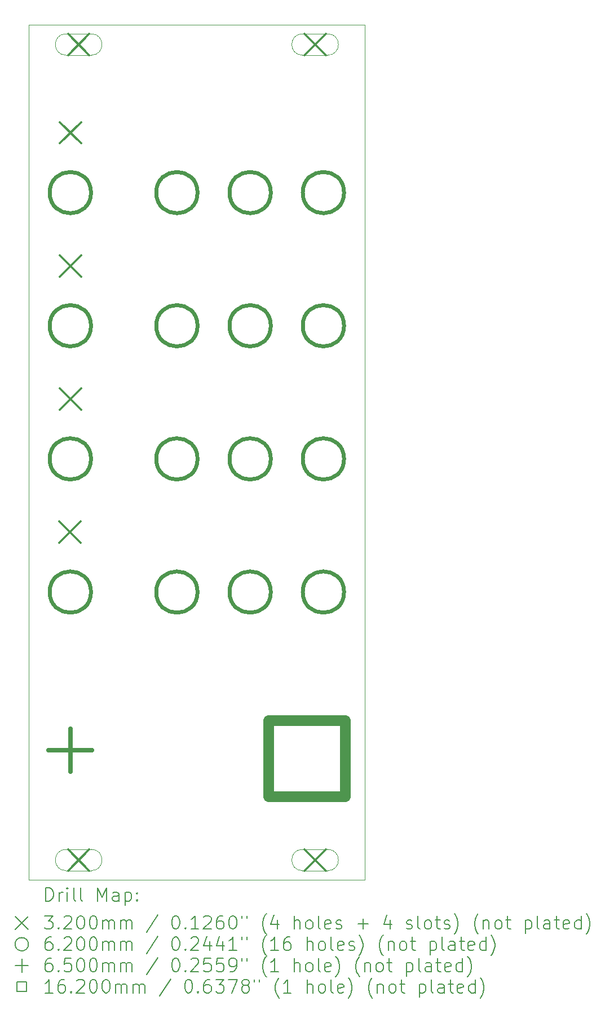
<source format=gbr>
%TF.GenerationSoftware,KiCad,Pcbnew,8.0.5*%
%TF.CreationDate,2024-11-24T11:51:30+01:00*%
%TF.ProjectId,midi-2-cv-panel,6d696469-2d32-42d6-9376-2d70616e656c,rev?*%
%TF.SameCoordinates,Original*%
%TF.FileFunction,Drillmap*%
%TF.FilePolarity,Positive*%
%FSLAX45Y45*%
G04 Gerber Fmt 4.5, Leading zero omitted, Abs format (unit mm)*
G04 Created by KiCad (PCBNEW 8.0.5) date 2024-11-24 11:51:30*
%MOMM*%
%LPD*%
G01*
G04 APERTURE LIST*
%ADD10C,0.100000*%
%ADD11C,0.200000*%
%ADD12C,0.320000*%
%ADD13C,0.620000*%
%ADD14C,0.650000*%
%ADD15C,1.620000*%
G04 APERTURE END LIST*
D10*
X5000000Y-5000000D02*
X10050000Y-5000000D01*
X10050000Y-17850000D01*
X5000000Y-17850000D01*
X5000000Y-5000000D01*
D11*
D12*
X5461000Y-12465000D02*
X5781000Y-12785000D01*
X5781000Y-12465000D02*
X5461000Y-12785000D01*
X5465000Y-6465000D02*
X5785000Y-6785000D01*
X5785000Y-6465000D02*
X5465000Y-6785000D01*
X5465000Y-8465000D02*
X5785000Y-8785000D01*
X5785000Y-8465000D02*
X5465000Y-8785000D01*
X5465000Y-10465000D02*
X5785000Y-10785000D01*
X5785000Y-10465000D02*
X5465000Y-10785000D01*
X5590000Y-5140000D02*
X5910000Y-5460000D01*
X5910000Y-5140000D02*
X5590000Y-5460000D01*
D10*
X5560000Y-5460000D02*
X5940000Y-5460000D01*
X5940000Y-5140000D02*
G75*
G02*
X5940000Y-5460000I0J-160000D01*
G01*
X5940000Y-5140000D02*
X5560000Y-5140000D01*
X5560000Y-5140000D02*
G75*
G03*
X5560000Y-5460000I0J-160000D01*
G01*
D12*
X5590000Y-17390000D02*
X5910000Y-17710000D01*
X5910000Y-17390000D02*
X5590000Y-17710000D01*
D10*
X5560000Y-17710000D02*
X5940000Y-17710000D01*
X5940000Y-17390000D02*
G75*
G02*
X5940000Y-17710000I0J-160000D01*
G01*
X5940000Y-17390000D02*
X5560000Y-17390000D01*
X5560000Y-17390000D02*
G75*
G03*
X5560000Y-17710000I0J-160000D01*
G01*
D12*
X9140000Y-5140000D02*
X9460000Y-5460000D01*
X9460000Y-5140000D02*
X9140000Y-5460000D01*
D10*
X9110000Y-5460000D02*
X9490000Y-5460000D01*
X9490000Y-5140000D02*
G75*
G02*
X9490000Y-5460000I0J-160000D01*
G01*
X9490000Y-5140000D02*
X9110000Y-5140000D01*
X9110000Y-5140000D02*
G75*
G03*
X9110000Y-5460000I0J-160000D01*
G01*
D12*
X9140000Y-17390000D02*
X9460000Y-17710000D01*
X9460000Y-17390000D02*
X9140000Y-17710000D01*
D10*
X9110000Y-17710000D02*
X9490000Y-17710000D01*
X9490000Y-17390000D02*
G75*
G02*
X9490000Y-17710000I0J-160000D01*
G01*
X9490000Y-17390000D02*
X9110000Y-17390000D01*
X9110000Y-17390000D02*
G75*
G03*
X9110000Y-17710000I0J-160000D01*
G01*
D13*
X5935000Y-7525000D02*
G75*
G02*
X5315000Y-7525000I-310000J0D01*
G01*
X5315000Y-7525000D02*
G75*
G02*
X5935000Y-7525000I310000J0D01*
G01*
X5935000Y-9525000D02*
G75*
G02*
X5315000Y-9525000I-310000J0D01*
G01*
X5315000Y-9525000D02*
G75*
G02*
X5935000Y-9525000I310000J0D01*
G01*
X5935000Y-11525000D02*
G75*
G02*
X5315000Y-11525000I-310000J0D01*
G01*
X5315000Y-11525000D02*
G75*
G02*
X5935000Y-11525000I310000J0D01*
G01*
X5935000Y-13525000D02*
G75*
G02*
X5315000Y-13525000I-310000J0D01*
G01*
X5315000Y-13525000D02*
G75*
G02*
X5935000Y-13525000I310000J0D01*
G01*
X7535000Y-7525000D02*
G75*
G02*
X6915000Y-7525000I-310000J0D01*
G01*
X6915000Y-7525000D02*
G75*
G02*
X7535000Y-7525000I310000J0D01*
G01*
X7535000Y-9525000D02*
G75*
G02*
X6915000Y-9525000I-310000J0D01*
G01*
X6915000Y-9525000D02*
G75*
G02*
X7535000Y-9525000I310000J0D01*
G01*
X7535000Y-11525000D02*
G75*
G02*
X6915000Y-11525000I-310000J0D01*
G01*
X6915000Y-11525000D02*
G75*
G02*
X7535000Y-11525000I310000J0D01*
G01*
X7535000Y-13525000D02*
G75*
G02*
X6915000Y-13525000I-310000J0D01*
G01*
X6915000Y-13525000D02*
G75*
G02*
X7535000Y-13525000I310000J0D01*
G01*
X8635000Y-7525000D02*
G75*
G02*
X8015000Y-7525000I-310000J0D01*
G01*
X8015000Y-7525000D02*
G75*
G02*
X8635000Y-7525000I310000J0D01*
G01*
X8635000Y-9525000D02*
G75*
G02*
X8015000Y-9525000I-310000J0D01*
G01*
X8015000Y-9525000D02*
G75*
G02*
X8635000Y-9525000I310000J0D01*
G01*
X8635000Y-11525000D02*
G75*
G02*
X8015000Y-11525000I-310000J0D01*
G01*
X8015000Y-11525000D02*
G75*
G02*
X8635000Y-11525000I310000J0D01*
G01*
X8635000Y-13525000D02*
G75*
G02*
X8015000Y-13525000I-310000J0D01*
G01*
X8015000Y-13525000D02*
G75*
G02*
X8635000Y-13525000I310000J0D01*
G01*
X9735000Y-7525000D02*
G75*
G02*
X9115000Y-7525000I-310000J0D01*
G01*
X9115000Y-7525000D02*
G75*
G02*
X9735000Y-7525000I310000J0D01*
G01*
X9735000Y-9525000D02*
G75*
G02*
X9115000Y-9525000I-310000J0D01*
G01*
X9115000Y-9525000D02*
G75*
G02*
X9735000Y-9525000I310000J0D01*
G01*
X9735000Y-11525000D02*
G75*
G02*
X9115000Y-11525000I-310000J0D01*
G01*
X9115000Y-11525000D02*
G75*
G02*
X9735000Y-11525000I310000J0D01*
G01*
X9735000Y-13525000D02*
G75*
G02*
X9115000Y-13525000I-310000J0D01*
G01*
X9115000Y-13525000D02*
G75*
G02*
X9735000Y-13525000I310000J0D01*
G01*
D14*
X5625000Y-15575000D02*
X5625000Y-16225000D01*
X5300000Y-15900000D02*
X5950000Y-15900000D01*
D15*
X9747762Y-16597762D02*
X9747762Y-15452238D01*
X8602238Y-15452238D01*
X8602238Y-16597762D01*
X9747762Y-16597762D01*
D11*
X5255777Y-18166484D02*
X5255777Y-17966484D01*
X5255777Y-17966484D02*
X5303396Y-17966484D01*
X5303396Y-17966484D02*
X5331967Y-17976008D01*
X5331967Y-17976008D02*
X5351015Y-17995055D01*
X5351015Y-17995055D02*
X5360539Y-18014103D01*
X5360539Y-18014103D02*
X5370063Y-18052198D01*
X5370063Y-18052198D02*
X5370063Y-18080770D01*
X5370063Y-18080770D02*
X5360539Y-18118865D01*
X5360539Y-18118865D02*
X5351015Y-18137912D01*
X5351015Y-18137912D02*
X5331967Y-18156960D01*
X5331967Y-18156960D02*
X5303396Y-18166484D01*
X5303396Y-18166484D02*
X5255777Y-18166484D01*
X5455777Y-18166484D02*
X5455777Y-18033150D01*
X5455777Y-18071246D02*
X5465301Y-18052198D01*
X5465301Y-18052198D02*
X5474824Y-18042674D01*
X5474824Y-18042674D02*
X5493872Y-18033150D01*
X5493872Y-18033150D02*
X5512920Y-18033150D01*
X5579586Y-18166484D02*
X5579586Y-18033150D01*
X5579586Y-17966484D02*
X5570063Y-17976008D01*
X5570063Y-17976008D02*
X5579586Y-17985531D01*
X5579586Y-17985531D02*
X5589110Y-17976008D01*
X5589110Y-17976008D02*
X5579586Y-17966484D01*
X5579586Y-17966484D02*
X5579586Y-17985531D01*
X5703396Y-18166484D02*
X5684348Y-18156960D01*
X5684348Y-18156960D02*
X5674824Y-18137912D01*
X5674824Y-18137912D02*
X5674824Y-17966484D01*
X5808158Y-18166484D02*
X5789110Y-18156960D01*
X5789110Y-18156960D02*
X5779586Y-18137912D01*
X5779586Y-18137912D02*
X5779586Y-17966484D01*
X6036729Y-18166484D02*
X6036729Y-17966484D01*
X6036729Y-17966484D02*
X6103396Y-18109341D01*
X6103396Y-18109341D02*
X6170062Y-17966484D01*
X6170062Y-17966484D02*
X6170062Y-18166484D01*
X6351015Y-18166484D02*
X6351015Y-18061722D01*
X6351015Y-18061722D02*
X6341491Y-18042674D01*
X6341491Y-18042674D02*
X6322443Y-18033150D01*
X6322443Y-18033150D02*
X6284348Y-18033150D01*
X6284348Y-18033150D02*
X6265301Y-18042674D01*
X6351015Y-18156960D02*
X6331967Y-18166484D01*
X6331967Y-18166484D02*
X6284348Y-18166484D01*
X6284348Y-18166484D02*
X6265301Y-18156960D01*
X6265301Y-18156960D02*
X6255777Y-18137912D01*
X6255777Y-18137912D02*
X6255777Y-18118865D01*
X6255777Y-18118865D02*
X6265301Y-18099817D01*
X6265301Y-18099817D02*
X6284348Y-18090293D01*
X6284348Y-18090293D02*
X6331967Y-18090293D01*
X6331967Y-18090293D02*
X6351015Y-18080770D01*
X6446253Y-18033150D02*
X6446253Y-18233150D01*
X6446253Y-18042674D02*
X6465301Y-18033150D01*
X6465301Y-18033150D02*
X6503396Y-18033150D01*
X6503396Y-18033150D02*
X6522443Y-18042674D01*
X6522443Y-18042674D02*
X6531967Y-18052198D01*
X6531967Y-18052198D02*
X6541491Y-18071246D01*
X6541491Y-18071246D02*
X6541491Y-18128389D01*
X6541491Y-18128389D02*
X6531967Y-18147436D01*
X6531967Y-18147436D02*
X6522443Y-18156960D01*
X6522443Y-18156960D02*
X6503396Y-18166484D01*
X6503396Y-18166484D02*
X6465301Y-18166484D01*
X6465301Y-18166484D02*
X6446253Y-18156960D01*
X6627205Y-18147436D02*
X6636729Y-18156960D01*
X6636729Y-18156960D02*
X6627205Y-18166484D01*
X6627205Y-18166484D02*
X6617682Y-18156960D01*
X6617682Y-18156960D02*
X6627205Y-18147436D01*
X6627205Y-18147436D02*
X6627205Y-18166484D01*
X6627205Y-18042674D02*
X6636729Y-18052198D01*
X6636729Y-18052198D02*
X6627205Y-18061722D01*
X6627205Y-18061722D02*
X6617682Y-18052198D01*
X6617682Y-18052198D02*
X6627205Y-18042674D01*
X6627205Y-18042674D02*
X6627205Y-18061722D01*
X4795000Y-18395000D02*
X4995000Y-18595000D01*
X4995000Y-18395000D02*
X4795000Y-18595000D01*
X5236729Y-18386484D02*
X5360539Y-18386484D01*
X5360539Y-18386484D02*
X5293872Y-18462674D01*
X5293872Y-18462674D02*
X5322444Y-18462674D01*
X5322444Y-18462674D02*
X5341491Y-18472198D01*
X5341491Y-18472198D02*
X5351015Y-18481722D01*
X5351015Y-18481722D02*
X5360539Y-18500770D01*
X5360539Y-18500770D02*
X5360539Y-18548389D01*
X5360539Y-18548389D02*
X5351015Y-18567436D01*
X5351015Y-18567436D02*
X5341491Y-18576960D01*
X5341491Y-18576960D02*
X5322444Y-18586484D01*
X5322444Y-18586484D02*
X5265301Y-18586484D01*
X5265301Y-18586484D02*
X5246253Y-18576960D01*
X5246253Y-18576960D02*
X5236729Y-18567436D01*
X5446253Y-18567436D02*
X5455777Y-18576960D01*
X5455777Y-18576960D02*
X5446253Y-18586484D01*
X5446253Y-18586484D02*
X5436729Y-18576960D01*
X5436729Y-18576960D02*
X5446253Y-18567436D01*
X5446253Y-18567436D02*
X5446253Y-18586484D01*
X5531967Y-18405531D02*
X5541491Y-18396008D01*
X5541491Y-18396008D02*
X5560539Y-18386484D01*
X5560539Y-18386484D02*
X5608158Y-18386484D01*
X5608158Y-18386484D02*
X5627205Y-18396008D01*
X5627205Y-18396008D02*
X5636729Y-18405531D01*
X5636729Y-18405531D02*
X5646253Y-18424579D01*
X5646253Y-18424579D02*
X5646253Y-18443627D01*
X5646253Y-18443627D02*
X5636729Y-18472198D01*
X5636729Y-18472198D02*
X5522444Y-18586484D01*
X5522444Y-18586484D02*
X5646253Y-18586484D01*
X5770062Y-18386484D02*
X5789110Y-18386484D01*
X5789110Y-18386484D02*
X5808158Y-18396008D01*
X5808158Y-18396008D02*
X5817682Y-18405531D01*
X5817682Y-18405531D02*
X5827205Y-18424579D01*
X5827205Y-18424579D02*
X5836729Y-18462674D01*
X5836729Y-18462674D02*
X5836729Y-18510293D01*
X5836729Y-18510293D02*
X5827205Y-18548389D01*
X5827205Y-18548389D02*
X5817682Y-18567436D01*
X5817682Y-18567436D02*
X5808158Y-18576960D01*
X5808158Y-18576960D02*
X5789110Y-18586484D01*
X5789110Y-18586484D02*
X5770062Y-18586484D01*
X5770062Y-18586484D02*
X5751015Y-18576960D01*
X5751015Y-18576960D02*
X5741491Y-18567436D01*
X5741491Y-18567436D02*
X5731967Y-18548389D01*
X5731967Y-18548389D02*
X5722443Y-18510293D01*
X5722443Y-18510293D02*
X5722443Y-18462674D01*
X5722443Y-18462674D02*
X5731967Y-18424579D01*
X5731967Y-18424579D02*
X5741491Y-18405531D01*
X5741491Y-18405531D02*
X5751015Y-18396008D01*
X5751015Y-18396008D02*
X5770062Y-18386484D01*
X5960539Y-18386484D02*
X5979586Y-18386484D01*
X5979586Y-18386484D02*
X5998634Y-18396008D01*
X5998634Y-18396008D02*
X6008158Y-18405531D01*
X6008158Y-18405531D02*
X6017682Y-18424579D01*
X6017682Y-18424579D02*
X6027205Y-18462674D01*
X6027205Y-18462674D02*
X6027205Y-18510293D01*
X6027205Y-18510293D02*
X6017682Y-18548389D01*
X6017682Y-18548389D02*
X6008158Y-18567436D01*
X6008158Y-18567436D02*
X5998634Y-18576960D01*
X5998634Y-18576960D02*
X5979586Y-18586484D01*
X5979586Y-18586484D02*
X5960539Y-18586484D01*
X5960539Y-18586484D02*
X5941491Y-18576960D01*
X5941491Y-18576960D02*
X5931967Y-18567436D01*
X5931967Y-18567436D02*
X5922443Y-18548389D01*
X5922443Y-18548389D02*
X5912920Y-18510293D01*
X5912920Y-18510293D02*
X5912920Y-18462674D01*
X5912920Y-18462674D02*
X5922443Y-18424579D01*
X5922443Y-18424579D02*
X5931967Y-18405531D01*
X5931967Y-18405531D02*
X5941491Y-18396008D01*
X5941491Y-18396008D02*
X5960539Y-18386484D01*
X6112920Y-18586484D02*
X6112920Y-18453150D01*
X6112920Y-18472198D02*
X6122443Y-18462674D01*
X6122443Y-18462674D02*
X6141491Y-18453150D01*
X6141491Y-18453150D02*
X6170063Y-18453150D01*
X6170063Y-18453150D02*
X6189110Y-18462674D01*
X6189110Y-18462674D02*
X6198634Y-18481722D01*
X6198634Y-18481722D02*
X6198634Y-18586484D01*
X6198634Y-18481722D02*
X6208158Y-18462674D01*
X6208158Y-18462674D02*
X6227205Y-18453150D01*
X6227205Y-18453150D02*
X6255777Y-18453150D01*
X6255777Y-18453150D02*
X6274824Y-18462674D01*
X6274824Y-18462674D02*
X6284348Y-18481722D01*
X6284348Y-18481722D02*
X6284348Y-18586484D01*
X6379586Y-18586484D02*
X6379586Y-18453150D01*
X6379586Y-18472198D02*
X6389110Y-18462674D01*
X6389110Y-18462674D02*
X6408158Y-18453150D01*
X6408158Y-18453150D02*
X6436729Y-18453150D01*
X6436729Y-18453150D02*
X6455777Y-18462674D01*
X6455777Y-18462674D02*
X6465301Y-18481722D01*
X6465301Y-18481722D02*
X6465301Y-18586484D01*
X6465301Y-18481722D02*
X6474824Y-18462674D01*
X6474824Y-18462674D02*
X6493872Y-18453150D01*
X6493872Y-18453150D02*
X6522443Y-18453150D01*
X6522443Y-18453150D02*
X6541491Y-18462674D01*
X6541491Y-18462674D02*
X6551015Y-18481722D01*
X6551015Y-18481722D02*
X6551015Y-18586484D01*
X6941491Y-18376960D02*
X6770063Y-18634103D01*
X7198634Y-18386484D02*
X7217682Y-18386484D01*
X7217682Y-18386484D02*
X7236729Y-18396008D01*
X7236729Y-18396008D02*
X7246253Y-18405531D01*
X7246253Y-18405531D02*
X7255777Y-18424579D01*
X7255777Y-18424579D02*
X7265301Y-18462674D01*
X7265301Y-18462674D02*
X7265301Y-18510293D01*
X7265301Y-18510293D02*
X7255777Y-18548389D01*
X7255777Y-18548389D02*
X7246253Y-18567436D01*
X7246253Y-18567436D02*
X7236729Y-18576960D01*
X7236729Y-18576960D02*
X7217682Y-18586484D01*
X7217682Y-18586484D02*
X7198634Y-18586484D01*
X7198634Y-18586484D02*
X7179586Y-18576960D01*
X7179586Y-18576960D02*
X7170063Y-18567436D01*
X7170063Y-18567436D02*
X7160539Y-18548389D01*
X7160539Y-18548389D02*
X7151015Y-18510293D01*
X7151015Y-18510293D02*
X7151015Y-18462674D01*
X7151015Y-18462674D02*
X7160539Y-18424579D01*
X7160539Y-18424579D02*
X7170063Y-18405531D01*
X7170063Y-18405531D02*
X7179586Y-18396008D01*
X7179586Y-18396008D02*
X7198634Y-18386484D01*
X7351015Y-18567436D02*
X7360539Y-18576960D01*
X7360539Y-18576960D02*
X7351015Y-18586484D01*
X7351015Y-18586484D02*
X7341491Y-18576960D01*
X7341491Y-18576960D02*
X7351015Y-18567436D01*
X7351015Y-18567436D02*
X7351015Y-18586484D01*
X7551015Y-18586484D02*
X7436729Y-18586484D01*
X7493872Y-18586484D02*
X7493872Y-18386484D01*
X7493872Y-18386484D02*
X7474825Y-18415055D01*
X7474825Y-18415055D02*
X7455777Y-18434103D01*
X7455777Y-18434103D02*
X7436729Y-18443627D01*
X7627206Y-18405531D02*
X7636729Y-18396008D01*
X7636729Y-18396008D02*
X7655777Y-18386484D01*
X7655777Y-18386484D02*
X7703396Y-18386484D01*
X7703396Y-18386484D02*
X7722444Y-18396008D01*
X7722444Y-18396008D02*
X7731967Y-18405531D01*
X7731967Y-18405531D02*
X7741491Y-18424579D01*
X7741491Y-18424579D02*
X7741491Y-18443627D01*
X7741491Y-18443627D02*
X7731967Y-18472198D01*
X7731967Y-18472198D02*
X7617682Y-18586484D01*
X7617682Y-18586484D02*
X7741491Y-18586484D01*
X7912920Y-18386484D02*
X7874825Y-18386484D01*
X7874825Y-18386484D02*
X7855777Y-18396008D01*
X7855777Y-18396008D02*
X7846253Y-18405531D01*
X7846253Y-18405531D02*
X7827206Y-18434103D01*
X7827206Y-18434103D02*
X7817682Y-18472198D01*
X7817682Y-18472198D02*
X7817682Y-18548389D01*
X7817682Y-18548389D02*
X7827206Y-18567436D01*
X7827206Y-18567436D02*
X7836729Y-18576960D01*
X7836729Y-18576960D02*
X7855777Y-18586484D01*
X7855777Y-18586484D02*
X7893872Y-18586484D01*
X7893872Y-18586484D02*
X7912920Y-18576960D01*
X7912920Y-18576960D02*
X7922444Y-18567436D01*
X7922444Y-18567436D02*
X7931967Y-18548389D01*
X7931967Y-18548389D02*
X7931967Y-18500770D01*
X7931967Y-18500770D02*
X7922444Y-18481722D01*
X7922444Y-18481722D02*
X7912920Y-18472198D01*
X7912920Y-18472198D02*
X7893872Y-18462674D01*
X7893872Y-18462674D02*
X7855777Y-18462674D01*
X7855777Y-18462674D02*
X7836729Y-18472198D01*
X7836729Y-18472198D02*
X7827206Y-18481722D01*
X7827206Y-18481722D02*
X7817682Y-18500770D01*
X8055777Y-18386484D02*
X8074825Y-18386484D01*
X8074825Y-18386484D02*
X8093872Y-18396008D01*
X8093872Y-18396008D02*
X8103396Y-18405531D01*
X8103396Y-18405531D02*
X8112920Y-18424579D01*
X8112920Y-18424579D02*
X8122444Y-18462674D01*
X8122444Y-18462674D02*
X8122444Y-18510293D01*
X8122444Y-18510293D02*
X8112920Y-18548389D01*
X8112920Y-18548389D02*
X8103396Y-18567436D01*
X8103396Y-18567436D02*
X8093872Y-18576960D01*
X8093872Y-18576960D02*
X8074825Y-18586484D01*
X8074825Y-18586484D02*
X8055777Y-18586484D01*
X8055777Y-18586484D02*
X8036729Y-18576960D01*
X8036729Y-18576960D02*
X8027206Y-18567436D01*
X8027206Y-18567436D02*
X8017682Y-18548389D01*
X8017682Y-18548389D02*
X8008158Y-18510293D01*
X8008158Y-18510293D02*
X8008158Y-18462674D01*
X8008158Y-18462674D02*
X8017682Y-18424579D01*
X8017682Y-18424579D02*
X8027206Y-18405531D01*
X8027206Y-18405531D02*
X8036729Y-18396008D01*
X8036729Y-18396008D02*
X8055777Y-18386484D01*
X8198634Y-18386484D02*
X8198634Y-18424579D01*
X8274825Y-18386484D02*
X8274825Y-18424579D01*
X8570063Y-18662674D02*
X8560539Y-18653150D01*
X8560539Y-18653150D02*
X8541491Y-18624579D01*
X8541491Y-18624579D02*
X8531968Y-18605531D01*
X8531968Y-18605531D02*
X8522444Y-18576960D01*
X8522444Y-18576960D02*
X8512920Y-18529341D01*
X8512920Y-18529341D02*
X8512920Y-18491246D01*
X8512920Y-18491246D02*
X8522444Y-18443627D01*
X8522444Y-18443627D02*
X8531968Y-18415055D01*
X8531968Y-18415055D02*
X8541491Y-18396008D01*
X8541491Y-18396008D02*
X8560539Y-18367436D01*
X8560539Y-18367436D02*
X8570063Y-18357912D01*
X8731968Y-18453150D02*
X8731968Y-18586484D01*
X8684349Y-18376960D02*
X8636730Y-18519817D01*
X8636730Y-18519817D02*
X8760539Y-18519817D01*
X8989111Y-18586484D02*
X8989111Y-18386484D01*
X9074825Y-18586484D02*
X9074825Y-18481722D01*
X9074825Y-18481722D02*
X9065301Y-18462674D01*
X9065301Y-18462674D02*
X9046253Y-18453150D01*
X9046253Y-18453150D02*
X9017682Y-18453150D01*
X9017682Y-18453150D02*
X8998634Y-18462674D01*
X8998634Y-18462674D02*
X8989111Y-18472198D01*
X9198634Y-18586484D02*
X9179587Y-18576960D01*
X9179587Y-18576960D02*
X9170063Y-18567436D01*
X9170063Y-18567436D02*
X9160539Y-18548389D01*
X9160539Y-18548389D02*
X9160539Y-18491246D01*
X9160539Y-18491246D02*
X9170063Y-18472198D01*
X9170063Y-18472198D02*
X9179587Y-18462674D01*
X9179587Y-18462674D02*
X9198634Y-18453150D01*
X9198634Y-18453150D02*
X9227206Y-18453150D01*
X9227206Y-18453150D02*
X9246253Y-18462674D01*
X9246253Y-18462674D02*
X9255777Y-18472198D01*
X9255777Y-18472198D02*
X9265301Y-18491246D01*
X9265301Y-18491246D02*
X9265301Y-18548389D01*
X9265301Y-18548389D02*
X9255777Y-18567436D01*
X9255777Y-18567436D02*
X9246253Y-18576960D01*
X9246253Y-18576960D02*
X9227206Y-18586484D01*
X9227206Y-18586484D02*
X9198634Y-18586484D01*
X9379587Y-18586484D02*
X9360539Y-18576960D01*
X9360539Y-18576960D02*
X9351015Y-18557912D01*
X9351015Y-18557912D02*
X9351015Y-18386484D01*
X9531968Y-18576960D02*
X9512920Y-18586484D01*
X9512920Y-18586484D02*
X9474825Y-18586484D01*
X9474825Y-18586484D02*
X9455777Y-18576960D01*
X9455777Y-18576960D02*
X9446253Y-18557912D01*
X9446253Y-18557912D02*
X9446253Y-18481722D01*
X9446253Y-18481722D02*
X9455777Y-18462674D01*
X9455777Y-18462674D02*
X9474825Y-18453150D01*
X9474825Y-18453150D02*
X9512920Y-18453150D01*
X9512920Y-18453150D02*
X9531968Y-18462674D01*
X9531968Y-18462674D02*
X9541492Y-18481722D01*
X9541492Y-18481722D02*
X9541492Y-18500770D01*
X9541492Y-18500770D02*
X9446253Y-18519817D01*
X9617682Y-18576960D02*
X9636730Y-18586484D01*
X9636730Y-18586484D02*
X9674825Y-18586484D01*
X9674825Y-18586484D02*
X9693873Y-18576960D01*
X9693873Y-18576960D02*
X9703396Y-18557912D01*
X9703396Y-18557912D02*
X9703396Y-18548389D01*
X9703396Y-18548389D02*
X9693873Y-18529341D01*
X9693873Y-18529341D02*
X9674825Y-18519817D01*
X9674825Y-18519817D02*
X9646253Y-18519817D01*
X9646253Y-18519817D02*
X9627206Y-18510293D01*
X9627206Y-18510293D02*
X9617682Y-18491246D01*
X9617682Y-18491246D02*
X9617682Y-18481722D01*
X9617682Y-18481722D02*
X9627206Y-18462674D01*
X9627206Y-18462674D02*
X9646253Y-18453150D01*
X9646253Y-18453150D02*
X9674825Y-18453150D01*
X9674825Y-18453150D02*
X9693873Y-18462674D01*
X9941492Y-18510293D02*
X10093873Y-18510293D01*
X10017682Y-18586484D02*
X10017682Y-18434103D01*
X10427206Y-18453150D02*
X10427206Y-18586484D01*
X10379587Y-18376960D02*
X10331968Y-18519817D01*
X10331968Y-18519817D02*
X10455777Y-18519817D01*
X10674825Y-18576960D02*
X10693873Y-18586484D01*
X10693873Y-18586484D02*
X10731968Y-18586484D01*
X10731968Y-18586484D02*
X10751016Y-18576960D01*
X10751016Y-18576960D02*
X10760539Y-18557912D01*
X10760539Y-18557912D02*
X10760539Y-18548389D01*
X10760539Y-18548389D02*
X10751016Y-18529341D01*
X10751016Y-18529341D02*
X10731968Y-18519817D01*
X10731968Y-18519817D02*
X10703396Y-18519817D01*
X10703396Y-18519817D02*
X10684349Y-18510293D01*
X10684349Y-18510293D02*
X10674825Y-18491246D01*
X10674825Y-18491246D02*
X10674825Y-18481722D01*
X10674825Y-18481722D02*
X10684349Y-18462674D01*
X10684349Y-18462674D02*
X10703396Y-18453150D01*
X10703396Y-18453150D02*
X10731968Y-18453150D01*
X10731968Y-18453150D02*
X10751016Y-18462674D01*
X10874825Y-18586484D02*
X10855777Y-18576960D01*
X10855777Y-18576960D02*
X10846254Y-18557912D01*
X10846254Y-18557912D02*
X10846254Y-18386484D01*
X10979587Y-18586484D02*
X10960539Y-18576960D01*
X10960539Y-18576960D02*
X10951016Y-18567436D01*
X10951016Y-18567436D02*
X10941492Y-18548389D01*
X10941492Y-18548389D02*
X10941492Y-18491246D01*
X10941492Y-18491246D02*
X10951016Y-18472198D01*
X10951016Y-18472198D02*
X10960539Y-18462674D01*
X10960539Y-18462674D02*
X10979587Y-18453150D01*
X10979587Y-18453150D02*
X11008158Y-18453150D01*
X11008158Y-18453150D02*
X11027206Y-18462674D01*
X11027206Y-18462674D02*
X11036730Y-18472198D01*
X11036730Y-18472198D02*
X11046254Y-18491246D01*
X11046254Y-18491246D02*
X11046254Y-18548389D01*
X11046254Y-18548389D02*
X11036730Y-18567436D01*
X11036730Y-18567436D02*
X11027206Y-18576960D01*
X11027206Y-18576960D02*
X11008158Y-18586484D01*
X11008158Y-18586484D02*
X10979587Y-18586484D01*
X11103397Y-18453150D02*
X11179587Y-18453150D01*
X11131968Y-18386484D02*
X11131968Y-18557912D01*
X11131968Y-18557912D02*
X11141492Y-18576960D01*
X11141492Y-18576960D02*
X11160539Y-18586484D01*
X11160539Y-18586484D02*
X11179587Y-18586484D01*
X11236730Y-18576960D02*
X11255777Y-18586484D01*
X11255777Y-18586484D02*
X11293873Y-18586484D01*
X11293873Y-18586484D02*
X11312920Y-18576960D01*
X11312920Y-18576960D02*
X11322444Y-18557912D01*
X11322444Y-18557912D02*
X11322444Y-18548389D01*
X11322444Y-18548389D02*
X11312920Y-18529341D01*
X11312920Y-18529341D02*
X11293873Y-18519817D01*
X11293873Y-18519817D02*
X11265301Y-18519817D01*
X11265301Y-18519817D02*
X11246254Y-18510293D01*
X11246254Y-18510293D02*
X11236730Y-18491246D01*
X11236730Y-18491246D02*
X11236730Y-18481722D01*
X11236730Y-18481722D02*
X11246254Y-18462674D01*
X11246254Y-18462674D02*
X11265301Y-18453150D01*
X11265301Y-18453150D02*
X11293873Y-18453150D01*
X11293873Y-18453150D02*
X11312920Y-18462674D01*
X11389111Y-18662674D02*
X11398635Y-18653150D01*
X11398635Y-18653150D02*
X11417682Y-18624579D01*
X11417682Y-18624579D02*
X11427206Y-18605531D01*
X11427206Y-18605531D02*
X11436730Y-18576960D01*
X11436730Y-18576960D02*
X11446254Y-18529341D01*
X11446254Y-18529341D02*
X11446254Y-18491246D01*
X11446254Y-18491246D02*
X11436730Y-18443627D01*
X11436730Y-18443627D02*
X11427206Y-18415055D01*
X11427206Y-18415055D02*
X11417682Y-18396008D01*
X11417682Y-18396008D02*
X11398635Y-18367436D01*
X11398635Y-18367436D02*
X11389111Y-18357912D01*
X11751016Y-18662674D02*
X11741492Y-18653150D01*
X11741492Y-18653150D02*
X11722444Y-18624579D01*
X11722444Y-18624579D02*
X11712920Y-18605531D01*
X11712920Y-18605531D02*
X11703396Y-18576960D01*
X11703396Y-18576960D02*
X11693873Y-18529341D01*
X11693873Y-18529341D02*
X11693873Y-18491246D01*
X11693873Y-18491246D02*
X11703396Y-18443627D01*
X11703396Y-18443627D02*
X11712920Y-18415055D01*
X11712920Y-18415055D02*
X11722444Y-18396008D01*
X11722444Y-18396008D02*
X11741492Y-18367436D01*
X11741492Y-18367436D02*
X11751016Y-18357912D01*
X11827206Y-18453150D02*
X11827206Y-18586484D01*
X11827206Y-18472198D02*
X11836730Y-18462674D01*
X11836730Y-18462674D02*
X11855777Y-18453150D01*
X11855777Y-18453150D02*
X11884349Y-18453150D01*
X11884349Y-18453150D02*
X11903396Y-18462674D01*
X11903396Y-18462674D02*
X11912920Y-18481722D01*
X11912920Y-18481722D02*
X11912920Y-18586484D01*
X12036730Y-18586484D02*
X12017682Y-18576960D01*
X12017682Y-18576960D02*
X12008158Y-18567436D01*
X12008158Y-18567436D02*
X11998635Y-18548389D01*
X11998635Y-18548389D02*
X11998635Y-18491246D01*
X11998635Y-18491246D02*
X12008158Y-18472198D01*
X12008158Y-18472198D02*
X12017682Y-18462674D01*
X12017682Y-18462674D02*
X12036730Y-18453150D01*
X12036730Y-18453150D02*
X12065301Y-18453150D01*
X12065301Y-18453150D02*
X12084349Y-18462674D01*
X12084349Y-18462674D02*
X12093873Y-18472198D01*
X12093873Y-18472198D02*
X12103396Y-18491246D01*
X12103396Y-18491246D02*
X12103396Y-18548389D01*
X12103396Y-18548389D02*
X12093873Y-18567436D01*
X12093873Y-18567436D02*
X12084349Y-18576960D01*
X12084349Y-18576960D02*
X12065301Y-18586484D01*
X12065301Y-18586484D02*
X12036730Y-18586484D01*
X12160539Y-18453150D02*
X12236730Y-18453150D01*
X12189111Y-18386484D02*
X12189111Y-18557912D01*
X12189111Y-18557912D02*
X12198635Y-18576960D01*
X12198635Y-18576960D02*
X12217682Y-18586484D01*
X12217682Y-18586484D02*
X12236730Y-18586484D01*
X12455777Y-18453150D02*
X12455777Y-18653150D01*
X12455777Y-18462674D02*
X12474825Y-18453150D01*
X12474825Y-18453150D02*
X12512920Y-18453150D01*
X12512920Y-18453150D02*
X12531968Y-18462674D01*
X12531968Y-18462674D02*
X12541492Y-18472198D01*
X12541492Y-18472198D02*
X12551016Y-18491246D01*
X12551016Y-18491246D02*
X12551016Y-18548389D01*
X12551016Y-18548389D02*
X12541492Y-18567436D01*
X12541492Y-18567436D02*
X12531968Y-18576960D01*
X12531968Y-18576960D02*
X12512920Y-18586484D01*
X12512920Y-18586484D02*
X12474825Y-18586484D01*
X12474825Y-18586484D02*
X12455777Y-18576960D01*
X12665301Y-18586484D02*
X12646254Y-18576960D01*
X12646254Y-18576960D02*
X12636730Y-18557912D01*
X12636730Y-18557912D02*
X12636730Y-18386484D01*
X12827206Y-18586484D02*
X12827206Y-18481722D01*
X12827206Y-18481722D02*
X12817682Y-18462674D01*
X12817682Y-18462674D02*
X12798635Y-18453150D01*
X12798635Y-18453150D02*
X12760539Y-18453150D01*
X12760539Y-18453150D02*
X12741492Y-18462674D01*
X12827206Y-18576960D02*
X12808158Y-18586484D01*
X12808158Y-18586484D02*
X12760539Y-18586484D01*
X12760539Y-18586484D02*
X12741492Y-18576960D01*
X12741492Y-18576960D02*
X12731968Y-18557912D01*
X12731968Y-18557912D02*
X12731968Y-18538865D01*
X12731968Y-18538865D02*
X12741492Y-18519817D01*
X12741492Y-18519817D02*
X12760539Y-18510293D01*
X12760539Y-18510293D02*
X12808158Y-18510293D01*
X12808158Y-18510293D02*
X12827206Y-18500770D01*
X12893873Y-18453150D02*
X12970063Y-18453150D01*
X12922444Y-18386484D02*
X12922444Y-18557912D01*
X12922444Y-18557912D02*
X12931968Y-18576960D01*
X12931968Y-18576960D02*
X12951016Y-18586484D01*
X12951016Y-18586484D02*
X12970063Y-18586484D01*
X13112920Y-18576960D02*
X13093873Y-18586484D01*
X13093873Y-18586484D02*
X13055777Y-18586484D01*
X13055777Y-18586484D02*
X13036730Y-18576960D01*
X13036730Y-18576960D02*
X13027206Y-18557912D01*
X13027206Y-18557912D02*
X13027206Y-18481722D01*
X13027206Y-18481722D02*
X13036730Y-18462674D01*
X13036730Y-18462674D02*
X13055777Y-18453150D01*
X13055777Y-18453150D02*
X13093873Y-18453150D01*
X13093873Y-18453150D02*
X13112920Y-18462674D01*
X13112920Y-18462674D02*
X13122444Y-18481722D01*
X13122444Y-18481722D02*
X13122444Y-18500770D01*
X13122444Y-18500770D02*
X13027206Y-18519817D01*
X13293873Y-18586484D02*
X13293873Y-18386484D01*
X13293873Y-18576960D02*
X13274825Y-18586484D01*
X13274825Y-18586484D02*
X13236730Y-18586484D01*
X13236730Y-18586484D02*
X13217682Y-18576960D01*
X13217682Y-18576960D02*
X13208158Y-18567436D01*
X13208158Y-18567436D02*
X13198635Y-18548389D01*
X13198635Y-18548389D02*
X13198635Y-18491246D01*
X13198635Y-18491246D02*
X13208158Y-18472198D01*
X13208158Y-18472198D02*
X13217682Y-18462674D01*
X13217682Y-18462674D02*
X13236730Y-18453150D01*
X13236730Y-18453150D02*
X13274825Y-18453150D01*
X13274825Y-18453150D02*
X13293873Y-18462674D01*
X13370063Y-18662674D02*
X13379587Y-18653150D01*
X13379587Y-18653150D02*
X13398635Y-18624579D01*
X13398635Y-18624579D02*
X13408158Y-18605531D01*
X13408158Y-18605531D02*
X13417682Y-18576960D01*
X13417682Y-18576960D02*
X13427206Y-18529341D01*
X13427206Y-18529341D02*
X13427206Y-18491246D01*
X13427206Y-18491246D02*
X13417682Y-18443627D01*
X13417682Y-18443627D02*
X13408158Y-18415055D01*
X13408158Y-18415055D02*
X13398635Y-18396008D01*
X13398635Y-18396008D02*
X13379587Y-18367436D01*
X13379587Y-18367436D02*
X13370063Y-18357912D01*
X4995000Y-18815000D02*
G75*
G02*
X4795000Y-18815000I-100000J0D01*
G01*
X4795000Y-18815000D02*
G75*
G02*
X4995000Y-18815000I100000J0D01*
G01*
X5341491Y-18706484D02*
X5303396Y-18706484D01*
X5303396Y-18706484D02*
X5284348Y-18716008D01*
X5284348Y-18716008D02*
X5274824Y-18725531D01*
X5274824Y-18725531D02*
X5255777Y-18754103D01*
X5255777Y-18754103D02*
X5246253Y-18792198D01*
X5246253Y-18792198D02*
X5246253Y-18868389D01*
X5246253Y-18868389D02*
X5255777Y-18887436D01*
X5255777Y-18887436D02*
X5265301Y-18896960D01*
X5265301Y-18896960D02*
X5284348Y-18906484D01*
X5284348Y-18906484D02*
X5322444Y-18906484D01*
X5322444Y-18906484D02*
X5341491Y-18896960D01*
X5341491Y-18896960D02*
X5351015Y-18887436D01*
X5351015Y-18887436D02*
X5360539Y-18868389D01*
X5360539Y-18868389D02*
X5360539Y-18820770D01*
X5360539Y-18820770D02*
X5351015Y-18801722D01*
X5351015Y-18801722D02*
X5341491Y-18792198D01*
X5341491Y-18792198D02*
X5322444Y-18782674D01*
X5322444Y-18782674D02*
X5284348Y-18782674D01*
X5284348Y-18782674D02*
X5265301Y-18792198D01*
X5265301Y-18792198D02*
X5255777Y-18801722D01*
X5255777Y-18801722D02*
X5246253Y-18820770D01*
X5446253Y-18887436D02*
X5455777Y-18896960D01*
X5455777Y-18896960D02*
X5446253Y-18906484D01*
X5446253Y-18906484D02*
X5436729Y-18896960D01*
X5436729Y-18896960D02*
X5446253Y-18887436D01*
X5446253Y-18887436D02*
X5446253Y-18906484D01*
X5531967Y-18725531D02*
X5541491Y-18716008D01*
X5541491Y-18716008D02*
X5560539Y-18706484D01*
X5560539Y-18706484D02*
X5608158Y-18706484D01*
X5608158Y-18706484D02*
X5627205Y-18716008D01*
X5627205Y-18716008D02*
X5636729Y-18725531D01*
X5636729Y-18725531D02*
X5646253Y-18744579D01*
X5646253Y-18744579D02*
X5646253Y-18763627D01*
X5646253Y-18763627D02*
X5636729Y-18792198D01*
X5636729Y-18792198D02*
X5522444Y-18906484D01*
X5522444Y-18906484D02*
X5646253Y-18906484D01*
X5770062Y-18706484D02*
X5789110Y-18706484D01*
X5789110Y-18706484D02*
X5808158Y-18716008D01*
X5808158Y-18716008D02*
X5817682Y-18725531D01*
X5817682Y-18725531D02*
X5827205Y-18744579D01*
X5827205Y-18744579D02*
X5836729Y-18782674D01*
X5836729Y-18782674D02*
X5836729Y-18830293D01*
X5836729Y-18830293D02*
X5827205Y-18868389D01*
X5827205Y-18868389D02*
X5817682Y-18887436D01*
X5817682Y-18887436D02*
X5808158Y-18896960D01*
X5808158Y-18896960D02*
X5789110Y-18906484D01*
X5789110Y-18906484D02*
X5770062Y-18906484D01*
X5770062Y-18906484D02*
X5751015Y-18896960D01*
X5751015Y-18896960D02*
X5741491Y-18887436D01*
X5741491Y-18887436D02*
X5731967Y-18868389D01*
X5731967Y-18868389D02*
X5722443Y-18830293D01*
X5722443Y-18830293D02*
X5722443Y-18782674D01*
X5722443Y-18782674D02*
X5731967Y-18744579D01*
X5731967Y-18744579D02*
X5741491Y-18725531D01*
X5741491Y-18725531D02*
X5751015Y-18716008D01*
X5751015Y-18716008D02*
X5770062Y-18706484D01*
X5960539Y-18706484D02*
X5979586Y-18706484D01*
X5979586Y-18706484D02*
X5998634Y-18716008D01*
X5998634Y-18716008D02*
X6008158Y-18725531D01*
X6008158Y-18725531D02*
X6017682Y-18744579D01*
X6017682Y-18744579D02*
X6027205Y-18782674D01*
X6027205Y-18782674D02*
X6027205Y-18830293D01*
X6027205Y-18830293D02*
X6017682Y-18868389D01*
X6017682Y-18868389D02*
X6008158Y-18887436D01*
X6008158Y-18887436D02*
X5998634Y-18896960D01*
X5998634Y-18896960D02*
X5979586Y-18906484D01*
X5979586Y-18906484D02*
X5960539Y-18906484D01*
X5960539Y-18906484D02*
X5941491Y-18896960D01*
X5941491Y-18896960D02*
X5931967Y-18887436D01*
X5931967Y-18887436D02*
X5922443Y-18868389D01*
X5922443Y-18868389D02*
X5912920Y-18830293D01*
X5912920Y-18830293D02*
X5912920Y-18782674D01*
X5912920Y-18782674D02*
X5922443Y-18744579D01*
X5922443Y-18744579D02*
X5931967Y-18725531D01*
X5931967Y-18725531D02*
X5941491Y-18716008D01*
X5941491Y-18716008D02*
X5960539Y-18706484D01*
X6112920Y-18906484D02*
X6112920Y-18773150D01*
X6112920Y-18792198D02*
X6122443Y-18782674D01*
X6122443Y-18782674D02*
X6141491Y-18773150D01*
X6141491Y-18773150D02*
X6170063Y-18773150D01*
X6170063Y-18773150D02*
X6189110Y-18782674D01*
X6189110Y-18782674D02*
X6198634Y-18801722D01*
X6198634Y-18801722D02*
X6198634Y-18906484D01*
X6198634Y-18801722D02*
X6208158Y-18782674D01*
X6208158Y-18782674D02*
X6227205Y-18773150D01*
X6227205Y-18773150D02*
X6255777Y-18773150D01*
X6255777Y-18773150D02*
X6274824Y-18782674D01*
X6274824Y-18782674D02*
X6284348Y-18801722D01*
X6284348Y-18801722D02*
X6284348Y-18906484D01*
X6379586Y-18906484D02*
X6379586Y-18773150D01*
X6379586Y-18792198D02*
X6389110Y-18782674D01*
X6389110Y-18782674D02*
X6408158Y-18773150D01*
X6408158Y-18773150D02*
X6436729Y-18773150D01*
X6436729Y-18773150D02*
X6455777Y-18782674D01*
X6455777Y-18782674D02*
X6465301Y-18801722D01*
X6465301Y-18801722D02*
X6465301Y-18906484D01*
X6465301Y-18801722D02*
X6474824Y-18782674D01*
X6474824Y-18782674D02*
X6493872Y-18773150D01*
X6493872Y-18773150D02*
X6522443Y-18773150D01*
X6522443Y-18773150D02*
X6541491Y-18782674D01*
X6541491Y-18782674D02*
X6551015Y-18801722D01*
X6551015Y-18801722D02*
X6551015Y-18906484D01*
X6941491Y-18696960D02*
X6770063Y-18954103D01*
X7198634Y-18706484D02*
X7217682Y-18706484D01*
X7217682Y-18706484D02*
X7236729Y-18716008D01*
X7236729Y-18716008D02*
X7246253Y-18725531D01*
X7246253Y-18725531D02*
X7255777Y-18744579D01*
X7255777Y-18744579D02*
X7265301Y-18782674D01*
X7265301Y-18782674D02*
X7265301Y-18830293D01*
X7265301Y-18830293D02*
X7255777Y-18868389D01*
X7255777Y-18868389D02*
X7246253Y-18887436D01*
X7246253Y-18887436D02*
X7236729Y-18896960D01*
X7236729Y-18896960D02*
X7217682Y-18906484D01*
X7217682Y-18906484D02*
X7198634Y-18906484D01*
X7198634Y-18906484D02*
X7179586Y-18896960D01*
X7179586Y-18896960D02*
X7170063Y-18887436D01*
X7170063Y-18887436D02*
X7160539Y-18868389D01*
X7160539Y-18868389D02*
X7151015Y-18830293D01*
X7151015Y-18830293D02*
X7151015Y-18782674D01*
X7151015Y-18782674D02*
X7160539Y-18744579D01*
X7160539Y-18744579D02*
X7170063Y-18725531D01*
X7170063Y-18725531D02*
X7179586Y-18716008D01*
X7179586Y-18716008D02*
X7198634Y-18706484D01*
X7351015Y-18887436D02*
X7360539Y-18896960D01*
X7360539Y-18896960D02*
X7351015Y-18906484D01*
X7351015Y-18906484D02*
X7341491Y-18896960D01*
X7341491Y-18896960D02*
X7351015Y-18887436D01*
X7351015Y-18887436D02*
X7351015Y-18906484D01*
X7436729Y-18725531D02*
X7446253Y-18716008D01*
X7446253Y-18716008D02*
X7465301Y-18706484D01*
X7465301Y-18706484D02*
X7512920Y-18706484D01*
X7512920Y-18706484D02*
X7531967Y-18716008D01*
X7531967Y-18716008D02*
X7541491Y-18725531D01*
X7541491Y-18725531D02*
X7551015Y-18744579D01*
X7551015Y-18744579D02*
X7551015Y-18763627D01*
X7551015Y-18763627D02*
X7541491Y-18792198D01*
X7541491Y-18792198D02*
X7427206Y-18906484D01*
X7427206Y-18906484D02*
X7551015Y-18906484D01*
X7722444Y-18773150D02*
X7722444Y-18906484D01*
X7674825Y-18696960D02*
X7627206Y-18839817D01*
X7627206Y-18839817D02*
X7751015Y-18839817D01*
X7912920Y-18773150D02*
X7912920Y-18906484D01*
X7865301Y-18696960D02*
X7817682Y-18839817D01*
X7817682Y-18839817D02*
X7941491Y-18839817D01*
X8122444Y-18906484D02*
X8008158Y-18906484D01*
X8065301Y-18906484D02*
X8065301Y-18706484D01*
X8065301Y-18706484D02*
X8046253Y-18735055D01*
X8046253Y-18735055D02*
X8027206Y-18754103D01*
X8027206Y-18754103D02*
X8008158Y-18763627D01*
X8198634Y-18706484D02*
X8198634Y-18744579D01*
X8274825Y-18706484D02*
X8274825Y-18744579D01*
X8570063Y-18982674D02*
X8560539Y-18973150D01*
X8560539Y-18973150D02*
X8541491Y-18944579D01*
X8541491Y-18944579D02*
X8531968Y-18925531D01*
X8531968Y-18925531D02*
X8522444Y-18896960D01*
X8522444Y-18896960D02*
X8512920Y-18849341D01*
X8512920Y-18849341D02*
X8512920Y-18811246D01*
X8512920Y-18811246D02*
X8522444Y-18763627D01*
X8522444Y-18763627D02*
X8531968Y-18735055D01*
X8531968Y-18735055D02*
X8541491Y-18716008D01*
X8541491Y-18716008D02*
X8560539Y-18687436D01*
X8560539Y-18687436D02*
X8570063Y-18677912D01*
X8751015Y-18906484D02*
X8636730Y-18906484D01*
X8693872Y-18906484D02*
X8693872Y-18706484D01*
X8693872Y-18706484D02*
X8674825Y-18735055D01*
X8674825Y-18735055D02*
X8655777Y-18754103D01*
X8655777Y-18754103D02*
X8636730Y-18763627D01*
X8922444Y-18706484D02*
X8884349Y-18706484D01*
X8884349Y-18706484D02*
X8865301Y-18716008D01*
X8865301Y-18716008D02*
X8855777Y-18725531D01*
X8855777Y-18725531D02*
X8836730Y-18754103D01*
X8836730Y-18754103D02*
X8827206Y-18792198D01*
X8827206Y-18792198D02*
X8827206Y-18868389D01*
X8827206Y-18868389D02*
X8836730Y-18887436D01*
X8836730Y-18887436D02*
X8846253Y-18896960D01*
X8846253Y-18896960D02*
X8865301Y-18906484D01*
X8865301Y-18906484D02*
X8903396Y-18906484D01*
X8903396Y-18906484D02*
X8922444Y-18896960D01*
X8922444Y-18896960D02*
X8931968Y-18887436D01*
X8931968Y-18887436D02*
X8941491Y-18868389D01*
X8941491Y-18868389D02*
X8941491Y-18820770D01*
X8941491Y-18820770D02*
X8931968Y-18801722D01*
X8931968Y-18801722D02*
X8922444Y-18792198D01*
X8922444Y-18792198D02*
X8903396Y-18782674D01*
X8903396Y-18782674D02*
X8865301Y-18782674D01*
X8865301Y-18782674D02*
X8846253Y-18792198D01*
X8846253Y-18792198D02*
X8836730Y-18801722D01*
X8836730Y-18801722D02*
X8827206Y-18820770D01*
X9179587Y-18906484D02*
X9179587Y-18706484D01*
X9265301Y-18906484D02*
X9265301Y-18801722D01*
X9265301Y-18801722D02*
X9255777Y-18782674D01*
X9255777Y-18782674D02*
X9236730Y-18773150D01*
X9236730Y-18773150D02*
X9208158Y-18773150D01*
X9208158Y-18773150D02*
X9189111Y-18782674D01*
X9189111Y-18782674D02*
X9179587Y-18792198D01*
X9389111Y-18906484D02*
X9370063Y-18896960D01*
X9370063Y-18896960D02*
X9360539Y-18887436D01*
X9360539Y-18887436D02*
X9351015Y-18868389D01*
X9351015Y-18868389D02*
X9351015Y-18811246D01*
X9351015Y-18811246D02*
X9360539Y-18792198D01*
X9360539Y-18792198D02*
X9370063Y-18782674D01*
X9370063Y-18782674D02*
X9389111Y-18773150D01*
X9389111Y-18773150D02*
X9417682Y-18773150D01*
X9417682Y-18773150D02*
X9436730Y-18782674D01*
X9436730Y-18782674D02*
X9446253Y-18792198D01*
X9446253Y-18792198D02*
X9455777Y-18811246D01*
X9455777Y-18811246D02*
X9455777Y-18868389D01*
X9455777Y-18868389D02*
X9446253Y-18887436D01*
X9446253Y-18887436D02*
X9436730Y-18896960D01*
X9436730Y-18896960D02*
X9417682Y-18906484D01*
X9417682Y-18906484D02*
X9389111Y-18906484D01*
X9570063Y-18906484D02*
X9551015Y-18896960D01*
X9551015Y-18896960D02*
X9541492Y-18877912D01*
X9541492Y-18877912D02*
X9541492Y-18706484D01*
X9722444Y-18896960D02*
X9703396Y-18906484D01*
X9703396Y-18906484D02*
X9665301Y-18906484D01*
X9665301Y-18906484D02*
X9646253Y-18896960D01*
X9646253Y-18896960D02*
X9636730Y-18877912D01*
X9636730Y-18877912D02*
X9636730Y-18801722D01*
X9636730Y-18801722D02*
X9646253Y-18782674D01*
X9646253Y-18782674D02*
X9665301Y-18773150D01*
X9665301Y-18773150D02*
X9703396Y-18773150D01*
X9703396Y-18773150D02*
X9722444Y-18782674D01*
X9722444Y-18782674D02*
X9731968Y-18801722D01*
X9731968Y-18801722D02*
X9731968Y-18820770D01*
X9731968Y-18820770D02*
X9636730Y-18839817D01*
X9808158Y-18896960D02*
X9827206Y-18906484D01*
X9827206Y-18906484D02*
X9865301Y-18906484D01*
X9865301Y-18906484D02*
X9884349Y-18896960D01*
X9884349Y-18896960D02*
X9893873Y-18877912D01*
X9893873Y-18877912D02*
X9893873Y-18868389D01*
X9893873Y-18868389D02*
X9884349Y-18849341D01*
X9884349Y-18849341D02*
X9865301Y-18839817D01*
X9865301Y-18839817D02*
X9836730Y-18839817D01*
X9836730Y-18839817D02*
X9817682Y-18830293D01*
X9817682Y-18830293D02*
X9808158Y-18811246D01*
X9808158Y-18811246D02*
X9808158Y-18801722D01*
X9808158Y-18801722D02*
X9817682Y-18782674D01*
X9817682Y-18782674D02*
X9836730Y-18773150D01*
X9836730Y-18773150D02*
X9865301Y-18773150D01*
X9865301Y-18773150D02*
X9884349Y-18782674D01*
X9960539Y-18982674D02*
X9970063Y-18973150D01*
X9970063Y-18973150D02*
X9989111Y-18944579D01*
X9989111Y-18944579D02*
X9998634Y-18925531D01*
X9998634Y-18925531D02*
X10008158Y-18896960D01*
X10008158Y-18896960D02*
X10017682Y-18849341D01*
X10017682Y-18849341D02*
X10017682Y-18811246D01*
X10017682Y-18811246D02*
X10008158Y-18763627D01*
X10008158Y-18763627D02*
X9998634Y-18735055D01*
X9998634Y-18735055D02*
X9989111Y-18716008D01*
X9989111Y-18716008D02*
X9970063Y-18687436D01*
X9970063Y-18687436D02*
X9960539Y-18677912D01*
X10322444Y-18982674D02*
X10312920Y-18973150D01*
X10312920Y-18973150D02*
X10293873Y-18944579D01*
X10293873Y-18944579D02*
X10284349Y-18925531D01*
X10284349Y-18925531D02*
X10274825Y-18896960D01*
X10274825Y-18896960D02*
X10265301Y-18849341D01*
X10265301Y-18849341D02*
X10265301Y-18811246D01*
X10265301Y-18811246D02*
X10274825Y-18763627D01*
X10274825Y-18763627D02*
X10284349Y-18735055D01*
X10284349Y-18735055D02*
X10293873Y-18716008D01*
X10293873Y-18716008D02*
X10312920Y-18687436D01*
X10312920Y-18687436D02*
X10322444Y-18677912D01*
X10398634Y-18773150D02*
X10398634Y-18906484D01*
X10398634Y-18792198D02*
X10408158Y-18782674D01*
X10408158Y-18782674D02*
X10427206Y-18773150D01*
X10427206Y-18773150D02*
X10455777Y-18773150D01*
X10455777Y-18773150D02*
X10474825Y-18782674D01*
X10474825Y-18782674D02*
X10484349Y-18801722D01*
X10484349Y-18801722D02*
X10484349Y-18906484D01*
X10608158Y-18906484D02*
X10589111Y-18896960D01*
X10589111Y-18896960D02*
X10579587Y-18887436D01*
X10579587Y-18887436D02*
X10570063Y-18868389D01*
X10570063Y-18868389D02*
X10570063Y-18811246D01*
X10570063Y-18811246D02*
X10579587Y-18792198D01*
X10579587Y-18792198D02*
X10589111Y-18782674D01*
X10589111Y-18782674D02*
X10608158Y-18773150D01*
X10608158Y-18773150D02*
X10636730Y-18773150D01*
X10636730Y-18773150D02*
X10655777Y-18782674D01*
X10655777Y-18782674D02*
X10665301Y-18792198D01*
X10665301Y-18792198D02*
X10674825Y-18811246D01*
X10674825Y-18811246D02*
X10674825Y-18868389D01*
X10674825Y-18868389D02*
X10665301Y-18887436D01*
X10665301Y-18887436D02*
X10655777Y-18896960D01*
X10655777Y-18896960D02*
X10636730Y-18906484D01*
X10636730Y-18906484D02*
X10608158Y-18906484D01*
X10731968Y-18773150D02*
X10808158Y-18773150D01*
X10760539Y-18706484D02*
X10760539Y-18877912D01*
X10760539Y-18877912D02*
X10770063Y-18896960D01*
X10770063Y-18896960D02*
X10789111Y-18906484D01*
X10789111Y-18906484D02*
X10808158Y-18906484D01*
X11027206Y-18773150D02*
X11027206Y-18973150D01*
X11027206Y-18782674D02*
X11046254Y-18773150D01*
X11046254Y-18773150D02*
X11084349Y-18773150D01*
X11084349Y-18773150D02*
X11103396Y-18782674D01*
X11103396Y-18782674D02*
X11112920Y-18792198D01*
X11112920Y-18792198D02*
X11122444Y-18811246D01*
X11122444Y-18811246D02*
X11122444Y-18868389D01*
X11122444Y-18868389D02*
X11112920Y-18887436D01*
X11112920Y-18887436D02*
X11103396Y-18896960D01*
X11103396Y-18896960D02*
X11084349Y-18906484D01*
X11084349Y-18906484D02*
X11046254Y-18906484D01*
X11046254Y-18906484D02*
X11027206Y-18896960D01*
X11236730Y-18906484D02*
X11217682Y-18896960D01*
X11217682Y-18896960D02*
X11208158Y-18877912D01*
X11208158Y-18877912D02*
X11208158Y-18706484D01*
X11398634Y-18906484D02*
X11398634Y-18801722D01*
X11398634Y-18801722D02*
X11389111Y-18782674D01*
X11389111Y-18782674D02*
X11370063Y-18773150D01*
X11370063Y-18773150D02*
X11331968Y-18773150D01*
X11331968Y-18773150D02*
X11312920Y-18782674D01*
X11398634Y-18896960D02*
X11379587Y-18906484D01*
X11379587Y-18906484D02*
X11331968Y-18906484D01*
X11331968Y-18906484D02*
X11312920Y-18896960D01*
X11312920Y-18896960D02*
X11303396Y-18877912D01*
X11303396Y-18877912D02*
X11303396Y-18858865D01*
X11303396Y-18858865D02*
X11312920Y-18839817D01*
X11312920Y-18839817D02*
X11331968Y-18830293D01*
X11331968Y-18830293D02*
X11379587Y-18830293D01*
X11379587Y-18830293D02*
X11398634Y-18820770D01*
X11465301Y-18773150D02*
X11541492Y-18773150D01*
X11493873Y-18706484D02*
X11493873Y-18877912D01*
X11493873Y-18877912D02*
X11503396Y-18896960D01*
X11503396Y-18896960D02*
X11522444Y-18906484D01*
X11522444Y-18906484D02*
X11541492Y-18906484D01*
X11684349Y-18896960D02*
X11665301Y-18906484D01*
X11665301Y-18906484D02*
X11627206Y-18906484D01*
X11627206Y-18906484D02*
X11608158Y-18896960D01*
X11608158Y-18896960D02*
X11598634Y-18877912D01*
X11598634Y-18877912D02*
X11598634Y-18801722D01*
X11598634Y-18801722D02*
X11608158Y-18782674D01*
X11608158Y-18782674D02*
X11627206Y-18773150D01*
X11627206Y-18773150D02*
X11665301Y-18773150D01*
X11665301Y-18773150D02*
X11684349Y-18782674D01*
X11684349Y-18782674D02*
X11693873Y-18801722D01*
X11693873Y-18801722D02*
X11693873Y-18820770D01*
X11693873Y-18820770D02*
X11598634Y-18839817D01*
X11865301Y-18906484D02*
X11865301Y-18706484D01*
X11865301Y-18896960D02*
X11846254Y-18906484D01*
X11846254Y-18906484D02*
X11808158Y-18906484D01*
X11808158Y-18906484D02*
X11789111Y-18896960D01*
X11789111Y-18896960D02*
X11779587Y-18887436D01*
X11779587Y-18887436D02*
X11770063Y-18868389D01*
X11770063Y-18868389D02*
X11770063Y-18811246D01*
X11770063Y-18811246D02*
X11779587Y-18792198D01*
X11779587Y-18792198D02*
X11789111Y-18782674D01*
X11789111Y-18782674D02*
X11808158Y-18773150D01*
X11808158Y-18773150D02*
X11846254Y-18773150D01*
X11846254Y-18773150D02*
X11865301Y-18782674D01*
X11941492Y-18982674D02*
X11951015Y-18973150D01*
X11951015Y-18973150D02*
X11970063Y-18944579D01*
X11970063Y-18944579D02*
X11979587Y-18925531D01*
X11979587Y-18925531D02*
X11989111Y-18896960D01*
X11989111Y-18896960D02*
X11998634Y-18849341D01*
X11998634Y-18849341D02*
X11998634Y-18811246D01*
X11998634Y-18811246D02*
X11989111Y-18763627D01*
X11989111Y-18763627D02*
X11979587Y-18735055D01*
X11979587Y-18735055D02*
X11970063Y-18716008D01*
X11970063Y-18716008D02*
X11951015Y-18687436D01*
X11951015Y-18687436D02*
X11941492Y-18677912D01*
X4895000Y-19035000D02*
X4895000Y-19235000D01*
X4795000Y-19135000D02*
X4995000Y-19135000D01*
X5341491Y-19026484D02*
X5303396Y-19026484D01*
X5303396Y-19026484D02*
X5284348Y-19036008D01*
X5284348Y-19036008D02*
X5274824Y-19045531D01*
X5274824Y-19045531D02*
X5255777Y-19074103D01*
X5255777Y-19074103D02*
X5246253Y-19112198D01*
X5246253Y-19112198D02*
X5246253Y-19188389D01*
X5246253Y-19188389D02*
X5255777Y-19207436D01*
X5255777Y-19207436D02*
X5265301Y-19216960D01*
X5265301Y-19216960D02*
X5284348Y-19226484D01*
X5284348Y-19226484D02*
X5322444Y-19226484D01*
X5322444Y-19226484D02*
X5341491Y-19216960D01*
X5341491Y-19216960D02*
X5351015Y-19207436D01*
X5351015Y-19207436D02*
X5360539Y-19188389D01*
X5360539Y-19188389D02*
X5360539Y-19140770D01*
X5360539Y-19140770D02*
X5351015Y-19121722D01*
X5351015Y-19121722D02*
X5341491Y-19112198D01*
X5341491Y-19112198D02*
X5322444Y-19102674D01*
X5322444Y-19102674D02*
X5284348Y-19102674D01*
X5284348Y-19102674D02*
X5265301Y-19112198D01*
X5265301Y-19112198D02*
X5255777Y-19121722D01*
X5255777Y-19121722D02*
X5246253Y-19140770D01*
X5446253Y-19207436D02*
X5455777Y-19216960D01*
X5455777Y-19216960D02*
X5446253Y-19226484D01*
X5446253Y-19226484D02*
X5436729Y-19216960D01*
X5436729Y-19216960D02*
X5446253Y-19207436D01*
X5446253Y-19207436D02*
X5446253Y-19226484D01*
X5636729Y-19026484D02*
X5541491Y-19026484D01*
X5541491Y-19026484D02*
X5531967Y-19121722D01*
X5531967Y-19121722D02*
X5541491Y-19112198D01*
X5541491Y-19112198D02*
X5560539Y-19102674D01*
X5560539Y-19102674D02*
X5608158Y-19102674D01*
X5608158Y-19102674D02*
X5627205Y-19112198D01*
X5627205Y-19112198D02*
X5636729Y-19121722D01*
X5636729Y-19121722D02*
X5646253Y-19140770D01*
X5646253Y-19140770D02*
X5646253Y-19188389D01*
X5646253Y-19188389D02*
X5636729Y-19207436D01*
X5636729Y-19207436D02*
X5627205Y-19216960D01*
X5627205Y-19216960D02*
X5608158Y-19226484D01*
X5608158Y-19226484D02*
X5560539Y-19226484D01*
X5560539Y-19226484D02*
X5541491Y-19216960D01*
X5541491Y-19216960D02*
X5531967Y-19207436D01*
X5770062Y-19026484D02*
X5789110Y-19026484D01*
X5789110Y-19026484D02*
X5808158Y-19036008D01*
X5808158Y-19036008D02*
X5817682Y-19045531D01*
X5817682Y-19045531D02*
X5827205Y-19064579D01*
X5827205Y-19064579D02*
X5836729Y-19102674D01*
X5836729Y-19102674D02*
X5836729Y-19150293D01*
X5836729Y-19150293D02*
X5827205Y-19188389D01*
X5827205Y-19188389D02*
X5817682Y-19207436D01*
X5817682Y-19207436D02*
X5808158Y-19216960D01*
X5808158Y-19216960D02*
X5789110Y-19226484D01*
X5789110Y-19226484D02*
X5770062Y-19226484D01*
X5770062Y-19226484D02*
X5751015Y-19216960D01*
X5751015Y-19216960D02*
X5741491Y-19207436D01*
X5741491Y-19207436D02*
X5731967Y-19188389D01*
X5731967Y-19188389D02*
X5722443Y-19150293D01*
X5722443Y-19150293D02*
X5722443Y-19102674D01*
X5722443Y-19102674D02*
X5731967Y-19064579D01*
X5731967Y-19064579D02*
X5741491Y-19045531D01*
X5741491Y-19045531D02*
X5751015Y-19036008D01*
X5751015Y-19036008D02*
X5770062Y-19026484D01*
X5960539Y-19026484D02*
X5979586Y-19026484D01*
X5979586Y-19026484D02*
X5998634Y-19036008D01*
X5998634Y-19036008D02*
X6008158Y-19045531D01*
X6008158Y-19045531D02*
X6017682Y-19064579D01*
X6017682Y-19064579D02*
X6027205Y-19102674D01*
X6027205Y-19102674D02*
X6027205Y-19150293D01*
X6027205Y-19150293D02*
X6017682Y-19188389D01*
X6017682Y-19188389D02*
X6008158Y-19207436D01*
X6008158Y-19207436D02*
X5998634Y-19216960D01*
X5998634Y-19216960D02*
X5979586Y-19226484D01*
X5979586Y-19226484D02*
X5960539Y-19226484D01*
X5960539Y-19226484D02*
X5941491Y-19216960D01*
X5941491Y-19216960D02*
X5931967Y-19207436D01*
X5931967Y-19207436D02*
X5922443Y-19188389D01*
X5922443Y-19188389D02*
X5912920Y-19150293D01*
X5912920Y-19150293D02*
X5912920Y-19102674D01*
X5912920Y-19102674D02*
X5922443Y-19064579D01*
X5922443Y-19064579D02*
X5931967Y-19045531D01*
X5931967Y-19045531D02*
X5941491Y-19036008D01*
X5941491Y-19036008D02*
X5960539Y-19026484D01*
X6112920Y-19226484D02*
X6112920Y-19093150D01*
X6112920Y-19112198D02*
X6122443Y-19102674D01*
X6122443Y-19102674D02*
X6141491Y-19093150D01*
X6141491Y-19093150D02*
X6170063Y-19093150D01*
X6170063Y-19093150D02*
X6189110Y-19102674D01*
X6189110Y-19102674D02*
X6198634Y-19121722D01*
X6198634Y-19121722D02*
X6198634Y-19226484D01*
X6198634Y-19121722D02*
X6208158Y-19102674D01*
X6208158Y-19102674D02*
X6227205Y-19093150D01*
X6227205Y-19093150D02*
X6255777Y-19093150D01*
X6255777Y-19093150D02*
X6274824Y-19102674D01*
X6274824Y-19102674D02*
X6284348Y-19121722D01*
X6284348Y-19121722D02*
X6284348Y-19226484D01*
X6379586Y-19226484D02*
X6379586Y-19093150D01*
X6379586Y-19112198D02*
X6389110Y-19102674D01*
X6389110Y-19102674D02*
X6408158Y-19093150D01*
X6408158Y-19093150D02*
X6436729Y-19093150D01*
X6436729Y-19093150D02*
X6455777Y-19102674D01*
X6455777Y-19102674D02*
X6465301Y-19121722D01*
X6465301Y-19121722D02*
X6465301Y-19226484D01*
X6465301Y-19121722D02*
X6474824Y-19102674D01*
X6474824Y-19102674D02*
X6493872Y-19093150D01*
X6493872Y-19093150D02*
X6522443Y-19093150D01*
X6522443Y-19093150D02*
X6541491Y-19102674D01*
X6541491Y-19102674D02*
X6551015Y-19121722D01*
X6551015Y-19121722D02*
X6551015Y-19226484D01*
X6941491Y-19016960D02*
X6770063Y-19274103D01*
X7198634Y-19026484D02*
X7217682Y-19026484D01*
X7217682Y-19026484D02*
X7236729Y-19036008D01*
X7236729Y-19036008D02*
X7246253Y-19045531D01*
X7246253Y-19045531D02*
X7255777Y-19064579D01*
X7255777Y-19064579D02*
X7265301Y-19102674D01*
X7265301Y-19102674D02*
X7265301Y-19150293D01*
X7265301Y-19150293D02*
X7255777Y-19188389D01*
X7255777Y-19188389D02*
X7246253Y-19207436D01*
X7246253Y-19207436D02*
X7236729Y-19216960D01*
X7236729Y-19216960D02*
X7217682Y-19226484D01*
X7217682Y-19226484D02*
X7198634Y-19226484D01*
X7198634Y-19226484D02*
X7179586Y-19216960D01*
X7179586Y-19216960D02*
X7170063Y-19207436D01*
X7170063Y-19207436D02*
X7160539Y-19188389D01*
X7160539Y-19188389D02*
X7151015Y-19150293D01*
X7151015Y-19150293D02*
X7151015Y-19102674D01*
X7151015Y-19102674D02*
X7160539Y-19064579D01*
X7160539Y-19064579D02*
X7170063Y-19045531D01*
X7170063Y-19045531D02*
X7179586Y-19036008D01*
X7179586Y-19036008D02*
X7198634Y-19026484D01*
X7351015Y-19207436D02*
X7360539Y-19216960D01*
X7360539Y-19216960D02*
X7351015Y-19226484D01*
X7351015Y-19226484D02*
X7341491Y-19216960D01*
X7341491Y-19216960D02*
X7351015Y-19207436D01*
X7351015Y-19207436D02*
X7351015Y-19226484D01*
X7436729Y-19045531D02*
X7446253Y-19036008D01*
X7446253Y-19036008D02*
X7465301Y-19026484D01*
X7465301Y-19026484D02*
X7512920Y-19026484D01*
X7512920Y-19026484D02*
X7531967Y-19036008D01*
X7531967Y-19036008D02*
X7541491Y-19045531D01*
X7541491Y-19045531D02*
X7551015Y-19064579D01*
X7551015Y-19064579D02*
X7551015Y-19083627D01*
X7551015Y-19083627D02*
X7541491Y-19112198D01*
X7541491Y-19112198D02*
X7427206Y-19226484D01*
X7427206Y-19226484D02*
X7551015Y-19226484D01*
X7731967Y-19026484D02*
X7636729Y-19026484D01*
X7636729Y-19026484D02*
X7627206Y-19121722D01*
X7627206Y-19121722D02*
X7636729Y-19112198D01*
X7636729Y-19112198D02*
X7655777Y-19102674D01*
X7655777Y-19102674D02*
X7703396Y-19102674D01*
X7703396Y-19102674D02*
X7722444Y-19112198D01*
X7722444Y-19112198D02*
X7731967Y-19121722D01*
X7731967Y-19121722D02*
X7741491Y-19140770D01*
X7741491Y-19140770D02*
X7741491Y-19188389D01*
X7741491Y-19188389D02*
X7731967Y-19207436D01*
X7731967Y-19207436D02*
X7722444Y-19216960D01*
X7722444Y-19216960D02*
X7703396Y-19226484D01*
X7703396Y-19226484D02*
X7655777Y-19226484D01*
X7655777Y-19226484D02*
X7636729Y-19216960D01*
X7636729Y-19216960D02*
X7627206Y-19207436D01*
X7922444Y-19026484D02*
X7827206Y-19026484D01*
X7827206Y-19026484D02*
X7817682Y-19121722D01*
X7817682Y-19121722D02*
X7827206Y-19112198D01*
X7827206Y-19112198D02*
X7846253Y-19102674D01*
X7846253Y-19102674D02*
X7893872Y-19102674D01*
X7893872Y-19102674D02*
X7912920Y-19112198D01*
X7912920Y-19112198D02*
X7922444Y-19121722D01*
X7922444Y-19121722D02*
X7931967Y-19140770D01*
X7931967Y-19140770D02*
X7931967Y-19188389D01*
X7931967Y-19188389D02*
X7922444Y-19207436D01*
X7922444Y-19207436D02*
X7912920Y-19216960D01*
X7912920Y-19216960D02*
X7893872Y-19226484D01*
X7893872Y-19226484D02*
X7846253Y-19226484D01*
X7846253Y-19226484D02*
X7827206Y-19216960D01*
X7827206Y-19216960D02*
X7817682Y-19207436D01*
X8027206Y-19226484D02*
X8065301Y-19226484D01*
X8065301Y-19226484D02*
X8084348Y-19216960D01*
X8084348Y-19216960D02*
X8093872Y-19207436D01*
X8093872Y-19207436D02*
X8112920Y-19178865D01*
X8112920Y-19178865D02*
X8122444Y-19140770D01*
X8122444Y-19140770D02*
X8122444Y-19064579D01*
X8122444Y-19064579D02*
X8112920Y-19045531D01*
X8112920Y-19045531D02*
X8103396Y-19036008D01*
X8103396Y-19036008D02*
X8084348Y-19026484D01*
X8084348Y-19026484D02*
X8046253Y-19026484D01*
X8046253Y-19026484D02*
X8027206Y-19036008D01*
X8027206Y-19036008D02*
X8017682Y-19045531D01*
X8017682Y-19045531D02*
X8008158Y-19064579D01*
X8008158Y-19064579D02*
X8008158Y-19112198D01*
X8008158Y-19112198D02*
X8017682Y-19131246D01*
X8017682Y-19131246D02*
X8027206Y-19140770D01*
X8027206Y-19140770D02*
X8046253Y-19150293D01*
X8046253Y-19150293D02*
X8084348Y-19150293D01*
X8084348Y-19150293D02*
X8103396Y-19140770D01*
X8103396Y-19140770D02*
X8112920Y-19131246D01*
X8112920Y-19131246D02*
X8122444Y-19112198D01*
X8198634Y-19026484D02*
X8198634Y-19064579D01*
X8274825Y-19026484D02*
X8274825Y-19064579D01*
X8570063Y-19302674D02*
X8560539Y-19293150D01*
X8560539Y-19293150D02*
X8541491Y-19264579D01*
X8541491Y-19264579D02*
X8531968Y-19245531D01*
X8531968Y-19245531D02*
X8522444Y-19216960D01*
X8522444Y-19216960D02*
X8512920Y-19169341D01*
X8512920Y-19169341D02*
X8512920Y-19131246D01*
X8512920Y-19131246D02*
X8522444Y-19083627D01*
X8522444Y-19083627D02*
X8531968Y-19055055D01*
X8531968Y-19055055D02*
X8541491Y-19036008D01*
X8541491Y-19036008D02*
X8560539Y-19007436D01*
X8560539Y-19007436D02*
X8570063Y-18997912D01*
X8751015Y-19226484D02*
X8636730Y-19226484D01*
X8693872Y-19226484D02*
X8693872Y-19026484D01*
X8693872Y-19026484D02*
X8674825Y-19055055D01*
X8674825Y-19055055D02*
X8655777Y-19074103D01*
X8655777Y-19074103D02*
X8636730Y-19083627D01*
X8989111Y-19226484D02*
X8989111Y-19026484D01*
X9074825Y-19226484D02*
X9074825Y-19121722D01*
X9074825Y-19121722D02*
X9065301Y-19102674D01*
X9065301Y-19102674D02*
X9046253Y-19093150D01*
X9046253Y-19093150D02*
X9017682Y-19093150D01*
X9017682Y-19093150D02*
X8998634Y-19102674D01*
X8998634Y-19102674D02*
X8989111Y-19112198D01*
X9198634Y-19226484D02*
X9179587Y-19216960D01*
X9179587Y-19216960D02*
X9170063Y-19207436D01*
X9170063Y-19207436D02*
X9160539Y-19188389D01*
X9160539Y-19188389D02*
X9160539Y-19131246D01*
X9160539Y-19131246D02*
X9170063Y-19112198D01*
X9170063Y-19112198D02*
X9179587Y-19102674D01*
X9179587Y-19102674D02*
X9198634Y-19093150D01*
X9198634Y-19093150D02*
X9227206Y-19093150D01*
X9227206Y-19093150D02*
X9246253Y-19102674D01*
X9246253Y-19102674D02*
X9255777Y-19112198D01*
X9255777Y-19112198D02*
X9265301Y-19131246D01*
X9265301Y-19131246D02*
X9265301Y-19188389D01*
X9265301Y-19188389D02*
X9255777Y-19207436D01*
X9255777Y-19207436D02*
X9246253Y-19216960D01*
X9246253Y-19216960D02*
X9227206Y-19226484D01*
X9227206Y-19226484D02*
X9198634Y-19226484D01*
X9379587Y-19226484D02*
X9360539Y-19216960D01*
X9360539Y-19216960D02*
X9351015Y-19197912D01*
X9351015Y-19197912D02*
X9351015Y-19026484D01*
X9531968Y-19216960D02*
X9512920Y-19226484D01*
X9512920Y-19226484D02*
X9474825Y-19226484D01*
X9474825Y-19226484D02*
X9455777Y-19216960D01*
X9455777Y-19216960D02*
X9446253Y-19197912D01*
X9446253Y-19197912D02*
X9446253Y-19121722D01*
X9446253Y-19121722D02*
X9455777Y-19102674D01*
X9455777Y-19102674D02*
X9474825Y-19093150D01*
X9474825Y-19093150D02*
X9512920Y-19093150D01*
X9512920Y-19093150D02*
X9531968Y-19102674D01*
X9531968Y-19102674D02*
X9541492Y-19121722D01*
X9541492Y-19121722D02*
X9541492Y-19140770D01*
X9541492Y-19140770D02*
X9446253Y-19159817D01*
X9608158Y-19302674D02*
X9617682Y-19293150D01*
X9617682Y-19293150D02*
X9636730Y-19264579D01*
X9636730Y-19264579D02*
X9646253Y-19245531D01*
X9646253Y-19245531D02*
X9655777Y-19216960D01*
X9655777Y-19216960D02*
X9665301Y-19169341D01*
X9665301Y-19169341D02*
X9665301Y-19131246D01*
X9665301Y-19131246D02*
X9655777Y-19083627D01*
X9655777Y-19083627D02*
X9646253Y-19055055D01*
X9646253Y-19055055D02*
X9636730Y-19036008D01*
X9636730Y-19036008D02*
X9617682Y-19007436D01*
X9617682Y-19007436D02*
X9608158Y-18997912D01*
X9970063Y-19302674D02*
X9960539Y-19293150D01*
X9960539Y-19293150D02*
X9941492Y-19264579D01*
X9941492Y-19264579D02*
X9931968Y-19245531D01*
X9931968Y-19245531D02*
X9922444Y-19216960D01*
X9922444Y-19216960D02*
X9912920Y-19169341D01*
X9912920Y-19169341D02*
X9912920Y-19131246D01*
X9912920Y-19131246D02*
X9922444Y-19083627D01*
X9922444Y-19083627D02*
X9931968Y-19055055D01*
X9931968Y-19055055D02*
X9941492Y-19036008D01*
X9941492Y-19036008D02*
X9960539Y-19007436D01*
X9960539Y-19007436D02*
X9970063Y-18997912D01*
X10046253Y-19093150D02*
X10046253Y-19226484D01*
X10046253Y-19112198D02*
X10055777Y-19102674D01*
X10055777Y-19102674D02*
X10074825Y-19093150D01*
X10074825Y-19093150D02*
X10103396Y-19093150D01*
X10103396Y-19093150D02*
X10122444Y-19102674D01*
X10122444Y-19102674D02*
X10131968Y-19121722D01*
X10131968Y-19121722D02*
X10131968Y-19226484D01*
X10255777Y-19226484D02*
X10236730Y-19216960D01*
X10236730Y-19216960D02*
X10227206Y-19207436D01*
X10227206Y-19207436D02*
X10217682Y-19188389D01*
X10217682Y-19188389D02*
X10217682Y-19131246D01*
X10217682Y-19131246D02*
X10227206Y-19112198D01*
X10227206Y-19112198D02*
X10236730Y-19102674D01*
X10236730Y-19102674D02*
X10255777Y-19093150D01*
X10255777Y-19093150D02*
X10284349Y-19093150D01*
X10284349Y-19093150D02*
X10303396Y-19102674D01*
X10303396Y-19102674D02*
X10312920Y-19112198D01*
X10312920Y-19112198D02*
X10322444Y-19131246D01*
X10322444Y-19131246D02*
X10322444Y-19188389D01*
X10322444Y-19188389D02*
X10312920Y-19207436D01*
X10312920Y-19207436D02*
X10303396Y-19216960D01*
X10303396Y-19216960D02*
X10284349Y-19226484D01*
X10284349Y-19226484D02*
X10255777Y-19226484D01*
X10379587Y-19093150D02*
X10455777Y-19093150D01*
X10408158Y-19026484D02*
X10408158Y-19197912D01*
X10408158Y-19197912D02*
X10417682Y-19216960D01*
X10417682Y-19216960D02*
X10436730Y-19226484D01*
X10436730Y-19226484D02*
X10455777Y-19226484D01*
X10674825Y-19093150D02*
X10674825Y-19293150D01*
X10674825Y-19102674D02*
X10693873Y-19093150D01*
X10693873Y-19093150D02*
X10731968Y-19093150D01*
X10731968Y-19093150D02*
X10751015Y-19102674D01*
X10751015Y-19102674D02*
X10760539Y-19112198D01*
X10760539Y-19112198D02*
X10770063Y-19131246D01*
X10770063Y-19131246D02*
X10770063Y-19188389D01*
X10770063Y-19188389D02*
X10760539Y-19207436D01*
X10760539Y-19207436D02*
X10751015Y-19216960D01*
X10751015Y-19216960D02*
X10731968Y-19226484D01*
X10731968Y-19226484D02*
X10693873Y-19226484D01*
X10693873Y-19226484D02*
X10674825Y-19216960D01*
X10884349Y-19226484D02*
X10865301Y-19216960D01*
X10865301Y-19216960D02*
X10855777Y-19197912D01*
X10855777Y-19197912D02*
X10855777Y-19026484D01*
X11046254Y-19226484D02*
X11046254Y-19121722D01*
X11046254Y-19121722D02*
X11036730Y-19102674D01*
X11036730Y-19102674D02*
X11017682Y-19093150D01*
X11017682Y-19093150D02*
X10979587Y-19093150D01*
X10979587Y-19093150D02*
X10960539Y-19102674D01*
X11046254Y-19216960D02*
X11027206Y-19226484D01*
X11027206Y-19226484D02*
X10979587Y-19226484D01*
X10979587Y-19226484D02*
X10960539Y-19216960D01*
X10960539Y-19216960D02*
X10951015Y-19197912D01*
X10951015Y-19197912D02*
X10951015Y-19178865D01*
X10951015Y-19178865D02*
X10960539Y-19159817D01*
X10960539Y-19159817D02*
X10979587Y-19150293D01*
X10979587Y-19150293D02*
X11027206Y-19150293D01*
X11027206Y-19150293D02*
X11046254Y-19140770D01*
X11112920Y-19093150D02*
X11189111Y-19093150D01*
X11141492Y-19026484D02*
X11141492Y-19197912D01*
X11141492Y-19197912D02*
X11151015Y-19216960D01*
X11151015Y-19216960D02*
X11170063Y-19226484D01*
X11170063Y-19226484D02*
X11189111Y-19226484D01*
X11331968Y-19216960D02*
X11312920Y-19226484D01*
X11312920Y-19226484D02*
X11274825Y-19226484D01*
X11274825Y-19226484D02*
X11255777Y-19216960D01*
X11255777Y-19216960D02*
X11246253Y-19197912D01*
X11246253Y-19197912D02*
X11246253Y-19121722D01*
X11246253Y-19121722D02*
X11255777Y-19102674D01*
X11255777Y-19102674D02*
X11274825Y-19093150D01*
X11274825Y-19093150D02*
X11312920Y-19093150D01*
X11312920Y-19093150D02*
X11331968Y-19102674D01*
X11331968Y-19102674D02*
X11341492Y-19121722D01*
X11341492Y-19121722D02*
X11341492Y-19140770D01*
X11341492Y-19140770D02*
X11246253Y-19159817D01*
X11512920Y-19226484D02*
X11512920Y-19026484D01*
X11512920Y-19216960D02*
X11493873Y-19226484D01*
X11493873Y-19226484D02*
X11455777Y-19226484D01*
X11455777Y-19226484D02*
X11436730Y-19216960D01*
X11436730Y-19216960D02*
X11427206Y-19207436D01*
X11427206Y-19207436D02*
X11417682Y-19188389D01*
X11417682Y-19188389D02*
X11417682Y-19131246D01*
X11417682Y-19131246D02*
X11427206Y-19112198D01*
X11427206Y-19112198D02*
X11436730Y-19102674D01*
X11436730Y-19102674D02*
X11455777Y-19093150D01*
X11455777Y-19093150D02*
X11493873Y-19093150D01*
X11493873Y-19093150D02*
X11512920Y-19102674D01*
X11589111Y-19302674D02*
X11598634Y-19293150D01*
X11598634Y-19293150D02*
X11617682Y-19264579D01*
X11617682Y-19264579D02*
X11627206Y-19245531D01*
X11627206Y-19245531D02*
X11636730Y-19216960D01*
X11636730Y-19216960D02*
X11646253Y-19169341D01*
X11646253Y-19169341D02*
X11646253Y-19131246D01*
X11646253Y-19131246D02*
X11636730Y-19083627D01*
X11636730Y-19083627D02*
X11627206Y-19055055D01*
X11627206Y-19055055D02*
X11617682Y-19036008D01*
X11617682Y-19036008D02*
X11598634Y-19007436D01*
X11598634Y-19007436D02*
X11589111Y-18997912D01*
X4965711Y-19525711D02*
X4965711Y-19384289D01*
X4824289Y-19384289D01*
X4824289Y-19525711D01*
X4965711Y-19525711D01*
X5360539Y-19546484D02*
X5246253Y-19546484D01*
X5303396Y-19546484D02*
X5303396Y-19346484D01*
X5303396Y-19346484D02*
X5284348Y-19375055D01*
X5284348Y-19375055D02*
X5265301Y-19394103D01*
X5265301Y-19394103D02*
X5246253Y-19403627D01*
X5531967Y-19346484D02*
X5493872Y-19346484D01*
X5493872Y-19346484D02*
X5474824Y-19356008D01*
X5474824Y-19356008D02*
X5465301Y-19365531D01*
X5465301Y-19365531D02*
X5446253Y-19394103D01*
X5446253Y-19394103D02*
X5436729Y-19432198D01*
X5436729Y-19432198D02*
X5436729Y-19508389D01*
X5436729Y-19508389D02*
X5446253Y-19527436D01*
X5446253Y-19527436D02*
X5455777Y-19536960D01*
X5455777Y-19536960D02*
X5474824Y-19546484D01*
X5474824Y-19546484D02*
X5512920Y-19546484D01*
X5512920Y-19546484D02*
X5531967Y-19536960D01*
X5531967Y-19536960D02*
X5541491Y-19527436D01*
X5541491Y-19527436D02*
X5551015Y-19508389D01*
X5551015Y-19508389D02*
X5551015Y-19460770D01*
X5551015Y-19460770D02*
X5541491Y-19441722D01*
X5541491Y-19441722D02*
X5531967Y-19432198D01*
X5531967Y-19432198D02*
X5512920Y-19422674D01*
X5512920Y-19422674D02*
X5474824Y-19422674D01*
X5474824Y-19422674D02*
X5455777Y-19432198D01*
X5455777Y-19432198D02*
X5446253Y-19441722D01*
X5446253Y-19441722D02*
X5436729Y-19460770D01*
X5636729Y-19527436D02*
X5646253Y-19536960D01*
X5646253Y-19536960D02*
X5636729Y-19546484D01*
X5636729Y-19546484D02*
X5627205Y-19536960D01*
X5627205Y-19536960D02*
X5636729Y-19527436D01*
X5636729Y-19527436D02*
X5636729Y-19546484D01*
X5722443Y-19365531D02*
X5731967Y-19356008D01*
X5731967Y-19356008D02*
X5751015Y-19346484D01*
X5751015Y-19346484D02*
X5798634Y-19346484D01*
X5798634Y-19346484D02*
X5817682Y-19356008D01*
X5817682Y-19356008D02*
X5827205Y-19365531D01*
X5827205Y-19365531D02*
X5836729Y-19384579D01*
X5836729Y-19384579D02*
X5836729Y-19403627D01*
X5836729Y-19403627D02*
X5827205Y-19432198D01*
X5827205Y-19432198D02*
X5712920Y-19546484D01*
X5712920Y-19546484D02*
X5836729Y-19546484D01*
X5960539Y-19346484D02*
X5979586Y-19346484D01*
X5979586Y-19346484D02*
X5998634Y-19356008D01*
X5998634Y-19356008D02*
X6008158Y-19365531D01*
X6008158Y-19365531D02*
X6017682Y-19384579D01*
X6017682Y-19384579D02*
X6027205Y-19422674D01*
X6027205Y-19422674D02*
X6027205Y-19470293D01*
X6027205Y-19470293D02*
X6017682Y-19508389D01*
X6017682Y-19508389D02*
X6008158Y-19527436D01*
X6008158Y-19527436D02*
X5998634Y-19536960D01*
X5998634Y-19536960D02*
X5979586Y-19546484D01*
X5979586Y-19546484D02*
X5960539Y-19546484D01*
X5960539Y-19546484D02*
X5941491Y-19536960D01*
X5941491Y-19536960D02*
X5931967Y-19527436D01*
X5931967Y-19527436D02*
X5922443Y-19508389D01*
X5922443Y-19508389D02*
X5912920Y-19470293D01*
X5912920Y-19470293D02*
X5912920Y-19422674D01*
X5912920Y-19422674D02*
X5922443Y-19384579D01*
X5922443Y-19384579D02*
X5931967Y-19365531D01*
X5931967Y-19365531D02*
X5941491Y-19356008D01*
X5941491Y-19356008D02*
X5960539Y-19346484D01*
X6151015Y-19346484D02*
X6170063Y-19346484D01*
X6170063Y-19346484D02*
X6189110Y-19356008D01*
X6189110Y-19356008D02*
X6198634Y-19365531D01*
X6198634Y-19365531D02*
X6208158Y-19384579D01*
X6208158Y-19384579D02*
X6217682Y-19422674D01*
X6217682Y-19422674D02*
X6217682Y-19470293D01*
X6217682Y-19470293D02*
X6208158Y-19508389D01*
X6208158Y-19508389D02*
X6198634Y-19527436D01*
X6198634Y-19527436D02*
X6189110Y-19536960D01*
X6189110Y-19536960D02*
X6170063Y-19546484D01*
X6170063Y-19546484D02*
X6151015Y-19546484D01*
X6151015Y-19546484D02*
X6131967Y-19536960D01*
X6131967Y-19536960D02*
X6122443Y-19527436D01*
X6122443Y-19527436D02*
X6112920Y-19508389D01*
X6112920Y-19508389D02*
X6103396Y-19470293D01*
X6103396Y-19470293D02*
X6103396Y-19422674D01*
X6103396Y-19422674D02*
X6112920Y-19384579D01*
X6112920Y-19384579D02*
X6122443Y-19365531D01*
X6122443Y-19365531D02*
X6131967Y-19356008D01*
X6131967Y-19356008D02*
X6151015Y-19346484D01*
X6303396Y-19546484D02*
X6303396Y-19413150D01*
X6303396Y-19432198D02*
X6312920Y-19422674D01*
X6312920Y-19422674D02*
X6331967Y-19413150D01*
X6331967Y-19413150D02*
X6360539Y-19413150D01*
X6360539Y-19413150D02*
X6379586Y-19422674D01*
X6379586Y-19422674D02*
X6389110Y-19441722D01*
X6389110Y-19441722D02*
X6389110Y-19546484D01*
X6389110Y-19441722D02*
X6398634Y-19422674D01*
X6398634Y-19422674D02*
X6417682Y-19413150D01*
X6417682Y-19413150D02*
X6446253Y-19413150D01*
X6446253Y-19413150D02*
X6465301Y-19422674D01*
X6465301Y-19422674D02*
X6474824Y-19441722D01*
X6474824Y-19441722D02*
X6474824Y-19546484D01*
X6570063Y-19546484D02*
X6570063Y-19413150D01*
X6570063Y-19432198D02*
X6579586Y-19422674D01*
X6579586Y-19422674D02*
X6598634Y-19413150D01*
X6598634Y-19413150D02*
X6627205Y-19413150D01*
X6627205Y-19413150D02*
X6646253Y-19422674D01*
X6646253Y-19422674D02*
X6655777Y-19441722D01*
X6655777Y-19441722D02*
X6655777Y-19546484D01*
X6655777Y-19441722D02*
X6665301Y-19422674D01*
X6665301Y-19422674D02*
X6684348Y-19413150D01*
X6684348Y-19413150D02*
X6712920Y-19413150D01*
X6712920Y-19413150D02*
X6731967Y-19422674D01*
X6731967Y-19422674D02*
X6741491Y-19441722D01*
X6741491Y-19441722D02*
X6741491Y-19546484D01*
X7131967Y-19336960D02*
X6960539Y-19594103D01*
X7389110Y-19346484D02*
X7408158Y-19346484D01*
X7408158Y-19346484D02*
X7427206Y-19356008D01*
X7427206Y-19356008D02*
X7436729Y-19365531D01*
X7436729Y-19365531D02*
X7446253Y-19384579D01*
X7446253Y-19384579D02*
X7455777Y-19422674D01*
X7455777Y-19422674D02*
X7455777Y-19470293D01*
X7455777Y-19470293D02*
X7446253Y-19508389D01*
X7446253Y-19508389D02*
X7436729Y-19527436D01*
X7436729Y-19527436D02*
X7427206Y-19536960D01*
X7427206Y-19536960D02*
X7408158Y-19546484D01*
X7408158Y-19546484D02*
X7389110Y-19546484D01*
X7389110Y-19546484D02*
X7370063Y-19536960D01*
X7370063Y-19536960D02*
X7360539Y-19527436D01*
X7360539Y-19527436D02*
X7351015Y-19508389D01*
X7351015Y-19508389D02*
X7341491Y-19470293D01*
X7341491Y-19470293D02*
X7341491Y-19422674D01*
X7341491Y-19422674D02*
X7351015Y-19384579D01*
X7351015Y-19384579D02*
X7360539Y-19365531D01*
X7360539Y-19365531D02*
X7370063Y-19356008D01*
X7370063Y-19356008D02*
X7389110Y-19346484D01*
X7541491Y-19527436D02*
X7551015Y-19536960D01*
X7551015Y-19536960D02*
X7541491Y-19546484D01*
X7541491Y-19546484D02*
X7531967Y-19536960D01*
X7531967Y-19536960D02*
X7541491Y-19527436D01*
X7541491Y-19527436D02*
X7541491Y-19546484D01*
X7722444Y-19346484D02*
X7684348Y-19346484D01*
X7684348Y-19346484D02*
X7665301Y-19356008D01*
X7665301Y-19356008D02*
X7655777Y-19365531D01*
X7655777Y-19365531D02*
X7636729Y-19394103D01*
X7636729Y-19394103D02*
X7627206Y-19432198D01*
X7627206Y-19432198D02*
X7627206Y-19508389D01*
X7627206Y-19508389D02*
X7636729Y-19527436D01*
X7636729Y-19527436D02*
X7646253Y-19536960D01*
X7646253Y-19536960D02*
X7665301Y-19546484D01*
X7665301Y-19546484D02*
X7703396Y-19546484D01*
X7703396Y-19546484D02*
X7722444Y-19536960D01*
X7722444Y-19536960D02*
X7731967Y-19527436D01*
X7731967Y-19527436D02*
X7741491Y-19508389D01*
X7741491Y-19508389D02*
X7741491Y-19460770D01*
X7741491Y-19460770D02*
X7731967Y-19441722D01*
X7731967Y-19441722D02*
X7722444Y-19432198D01*
X7722444Y-19432198D02*
X7703396Y-19422674D01*
X7703396Y-19422674D02*
X7665301Y-19422674D01*
X7665301Y-19422674D02*
X7646253Y-19432198D01*
X7646253Y-19432198D02*
X7636729Y-19441722D01*
X7636729Y-19441722D02*
X7627206Y-19460770D01*
X7808158Y-19346484D02*
X7931967Y-19346484D01*
X7931967Y-19346484D02*
X7865301Y-19422674D01*
X7865301Y-19422674D02*
X7893872Y-19422674D01*
X7893872Y-19422674D02*
X7912920Y-19432198D01*
X7912920Y-19432198D02*
X7922444Y-19441722D01*
X7922444Y-19441722D02*
X7931967Y-19460770D01*
X7931967Y-19460770D02*
X7931967Y-19508389D01*
X7931967Y-19508389D02*
X7922444Y-19527436D01*
X7922444Y-19527436D02*
X7912920Y-19536960D01*
X7912920Y-19536960D02*
X7893872Y-19546484D01*
X7893872Y-19546484D02*
X7836729Y-19546484D01*
X7836729Y-19546484D02*
X7817682Y-19536960D01*
X7817682Y-19536960D02*
X7808158Y-19527436D01*
X7998634Y-19346484D02*
X8131967Y-19346484D01*
X8131967Y-19346484D02*
X8046253Y-19546484D01*
X8236729Y-19432198D02*
X8217682Y-19422674D01*
X8217682Y-19422674D02*
X8208158Y-19413150D01*
X8208158Y-19413150D02*
X8198634Y-19394103D01*
X8198634Y-19394103D02*
X8198634Y-19384579D01*
X8198634Y-19384579D02*
X8208158Y-19365531D01*
X8208158Y-19365531D02*
X8217682Y-19356008D01*
X8217682Y-19356008D02*
X8236729Y-19346484D01*
X8236729Y-19346484D02*
X8274825Y-19346484D01*
X8274825Y-19346484D02*
X8293872Y-19356008D01*
X8293872Y-19356008D02*
X8303396Y-19365531D01*
X8303396Y-19365531D02*
X8312920Y-19384579D01*
X8312920Y-19384579D02*
X8312920Y-19394103D01*
X8312920Y-19394103D02*
X8303396Y-19413150D01*
X8303396Y-19413150D02*
X8293872Y-19422674D01*
X8293872Y-19422674D02*
X8274825Y-19432198D01*
X8274825Y-19432198D02*
X8236729Y-19432198D01*
X8236729Y-19432198D02*
X8217682Y-19441722D01*
X8217682Y-19441722D02*
X8208158Y-19451246D01*
X8208158Y-19451246D02*
X8198634Y-19470293D01*
X8198634Y-19470293D02*
X8198634Y-19508389D01*
X8198634Y-19508389D02*
X8208158Y-19527436D01*
X8208158Y-19527436D02*
X8217682Y-19536960D01*
X8217682Y-19536960D02*
X8236729Y-19546484D01*
X8236729Y-19546484D02*
X8274825Y-19546484D01*
X8274825Y-19546484D02*
X8293872Y-19536960D01*
X8293872Y-19536960D02*
X8303396Y-19527436D01*
X8303396Y-19527436D02*
X8312920Y-19508389D01*
X8312920Y-19508389D02*
X8312920Y-19470293D01*
X8312920Y-19470293D02*
X8303396Y-19451246D01*
X8303396Y-19451246D02*
X8293872Y-19441722D01*
X8293872Y-19441722D02*
X8274825Y-19432198D01*
X8389110Y-19346484D02*
X8389110Y-19384579D01*
X8465301Y-19346484D02*
X8465301Y-19384579D01*
X8760539Y-19622674D02*
X8751015Y-19613150D01*
X8751015Y-19613150D02*
X8731968Y-19584579D01*
X8731968Y-19584579D02*
X8722444Y-19565531D01*
X8722444Y-19565531D02*
X8712920Y-19536960D01*
X8712920Y-19536960D02*
X8703396Y-19489341D01*
X8703396Y-19489341D02*
X8703396Y-19451246D01*
X8703396Y-19451246D02*
X8712920Y-19403627D01*
X8712920Y-19403627D02*
X8722444Y-19375055D01*
X8722444Y-19375055D02*
X8731968Y-19356008D01*
X8731968Y-19356008D02*
X8751015Y-19327436D01*
X8751015Y-19327436D02*
X8760539Y-19317912D01*
X8941491Y-19546484D02*
X8827206Y-19546484D01*
X8884349Y-19546484D02*
X8884349Y-19346484D01*
X8884349Y-19346484D02*
X8865301Y-19375055D01*
X8865301Y-19375055D02*
X8846253Y-19394103D01*
X8846253Y-19394103D02*
X8827206Y-19403627D01*
X9179587Y-19546484D02*
X9179587Y-19346484D01*
X9265301Y-19546484D02*
X9265301Y-19441722D01*
X9265301Y-19441722D02*
X9255777Y-19422674D01*
X9255777Y-19422674D02*
X9236730Y-19413150D01*
X9236730Y-19413150D02*
X9208158Y-19413150D01*
X9208158Y-19413150D02*
X9189111Y-19422674D01*
X9189111Y-19422674D02*
X9179587Y-19432198D01*
X9389111Y-19546484D02*
X9370063Y-19536960D01*
X9370063Y-19536960D02*
X9360539Y-19527436D01*
X9360539Y-19527436D02*
X9351015Y-19508389D01*
X9351015Y-19508389D02*
X9351015Y-19451246D01*
X9351015Y-19451246D02*
X9360539Y-19432198D01*
X9360539Y-19432198D02*
X9370063Y-19422674D01*
X9370063Y-19422674D02*
X9389111Y-19413150D01*
X9389111Y-19413150D02*
X9417682Y-19413150D01*
X9417682Y-19413150D02*
X9436730Y-19422674D01*
X9436730Y-19422674D02*
X9446253Y-19432198D01*
X9446253Y-19432198D02*
X9455777Y-19451246D01*
X9455777Y-19451246D02*
X9455777Y-19508389D01*
X9455777Y-19508389D02*
X9446253Y-19527436D01*
X9446253Y-19527436D02*
X9436730Y-19536960D01*
X9436730Y-19536960D02*
X9417682Y-19546484D01*
X9417682Y-19546484D02*
X9389111Y-19546484D01*
X9570063Y-19546484D02*
X9551015Y-19536960D01*
X9551015Y-19536960D02*
X9541492Y-19517912D01*
X9541492Y-19517912D02*
X9541492Y-19346484D01*
X9722444Y-19536960D02*
X9703396Y-19546484D01*
X9703396Y-19546484D02*
X9665301Y-19546484D01*
X9665301Y-19546484D02*
X9646253Y-19536960D01*
X9646253Y-19536960D02*
X9636730Y-19517912D01*
X9636730Y-19517912D02*
X9636730Y-19441722D01*
X9636730Y-19441722D02*
X9646253Y-19422674D01*
X9646253Y-19422674D02*
X9665301Y-19413150D01*
X9665301Y-19413150D02*
X9703396Y-19413150D01*
X9703396Y-19413150D02*
X9722444Y-19422674D01*
X9722444Y-19422674D02*
X9731968Y-19441722D01*
X9731968Y-19441722D02*
X9731968Y-19460770D01*
X9731968Y-19460770D02*
X9636730Y-19479817D01*
X9798634Y-19622674D02*
X9808158Y-19613150D01*
X9808158Y-19613150D02*
X9827206Y-19584579D01*
X9827206Y-19584579D02*
X9836730Y-19565531D01*
X9836730Y-19565531D02*
X9846253Y-19536960D01*
X9846253Y-19536960D02*
X9855777Y-19489341D01*
X9855777Y-19489341D02*
X9855777Y-19451246D01*
X9855777Y-19451246D02*
X9846253Y-19403627D01*
X9846253Y-19403627D02*
X9836730Y-19375055D01*
X9836730Y-19375055D02*
X9827206Y-19356008D01*
X9827206Y-19356008D02*
X9808158Y-19327436D01*
X9808158Y-19327436D02*
X9798634Y-19317912D01*
X10160539Y-19622674D02*
X10151015Y-19613150D01*
X10151015Y-19613150D02*
X10131968Y-19584579D01*
X10131968Y-19584579D02*
X10122444Y-19565531D01*
X10122444Y-19565531D02*
X10112920Y-19536960D01*
X10112920Y-19536960D02*
X10103396Y-19489341D01*
X10103396Y-19489341D02*
X10103396Y-19451246D01*
X10103396Y-19451246D02*
X10112920Y-19403627D01*
X10112920Y-19403627D02*
X10122444Y-19375055D01*
X10122444Y-19375055D02*
X10131968Y-19356008D01*
X10131968Y-19356008D02*
X10151015Y-19327436D01*
X10151015Y-19327436D02*
X10160539Y-19317912D01*
X10236730Y-19413150D02*
X10236730Y-19546484D01*
X10236730Y-19432198D02*
X10246253Y-19422674D01*
X10246253Y-19422674D02*
X10265301Y-19413150D01*
X10265301Y-19413150D02*
X10293873Y-19413150D01*
X10293873Y-19413150D02*
X10312920Y-19422674D01*
X10312920Y-19422674D02*
X10322444Y-19441722D01*
X10322444Y-19441722D02*
X10322444Y-19546484D01*
X10446253Y-19546484D02*
X10427206Y-19536960D01*
X10427206Y-19536960D02*
X10417682Y-19527436D01*
X10417682Y-19527436D02*
X10408158Y-19508389D01*
X10408158Y-19508389D02*
X10408158Y-19451246D01*
X10408158Y-19451246D02*
X10417682Y-19432198D01*
X10417682Y-19432198D02*
X10427206Y-19422674D01*
X10427206Y-19422674D02*
X10446253Y-19413150D01*
X10446253Y-19413150D02*
X10474825Y-19413150D01*
X10474825Y-19413150D02*
X10493873Y-19422674D01*
X10493873Y-19422674D02*
X10503396Y-19432198D01*
X10503396Y-19432198D02*
X10512920Y-19451246D01*
X10512920Y-19451246D02*
X10512920Y-19508389D01*
X10512920Y-19508389D02*
X10503396Y-19527436D01*
X10503396Y-19527436D02*
X10493873Y-19536960D01*
X10493873Y-19536960D02*
X10474825Y-19546484D01*
X10474825Y-19546484D02*
X10446253Y-19546484D01*
X10570063Y-19413150D02*
X10646253Y-19413150D01*
X10598634Y-19346484D02*
X10598634Y-19517912D01*
X10598634Y-19517912D02*
X10608158Y-19536960D01*
X10608158Y-19536960D02*
X10627206Y-19546484D01*
X10627206Y-19546484D02*
X10646253Y-19546484D01*
X10865301Y-19413150D02*
X10865301Y-19613150D01*
X10865301Y-19422674D02*
X10884349Y-19413150D01*
X10884349Y-19413150D02*
X10922444Y-19413150D01*
X10922444Y-19413150D02*
X10941492Y-19422674D01*
X10941492Y-19422674D02*
X10951015Y-19432198D01*
X10951015Y-19432198D02*
X10960539Y-19451246D01*
X10960539Y-19451246D02*
X10960539Y-19508389D01*
X10960539Y-19508389D02*
X10951015Y-19527436D01*
X10951015Y-19527436D02*
X10941492Y-19536960D01*
X10941492Y-19536960D02*
X10922444Y-19546484D01*
X10922444Y-19546484D02*
X10884349Y-19546484D01*
X10884349Y-19546484D02*
X10865301Y-19536960D01*
X11074825Y-19546484D02*
X11055777Y-19536960D01*
X11055777Y-19536960D02*
X11046254Y-19517912D01*
X11046254Y-19517912D02*
X11046254Y-19346484D01*
X11236730Y-19546484D02*
X11236730Y-19441722D01*
X11236730Y-19441722D02*
X11227206Y-19422674D01*
X11227206Y-19422674D02*
X11208158Y-19413150D01*
X11208158Y-19413150D02*
X11170063Y-19413150D01*
X11170063Y-19413150D02*
X11151015Y-19422674D01*
X11236730Y-19536960D02*
X11217682Y-19546484D01*
X11217682Y-19546484D02*
X11170063Y-19546484D01*
X11170063Y-19546484D02*
X11151015Y-19536960D01*
X11151015Y-19536960D02*
X11141492Y-19517912D01*
X11141492Y-19517912D02*
X11141492Y-19498865D01*
X11141492Y-19498865D02*
X11151015Y-19479817D01*
X11151015Y-19479817D02*
X11170063Y-19470293D01*
X11170063Y-19470293D02*
X11217682Y-19470293D01*
X11217682Y-19470293D02*
X11236730Y-19460770D01*
X11303396Y-19413150D02*
X11379587Y-19413150D01*
X11331968Y-19346484D02*
X11331968Y-19517912D01*
X11331968Y-19517912D02*
X11341492Y-19536960D01*
X11341492Y-19536960D02*
X11360539Y-19546484D01*
X11360539Y-19546484D02*
X11379587Y-19546484D01*
X11522444Y-19536960D02*
X11503396Y-19546484D01*
X11503396Y-19546484D02*
X11465301Y-19546484D01*
X11465301Y-19546484D02*
X11446253Y-19536960D01*
X11446253Y-19536960D02*
X11436730Y-19517912D01*
X11436730Y-19517912D02*
X11436730Y-19441722D01*
X11436730Y-19441722D02*
X11446253Y-19422674D01*
X11446253Y-19422674D02*
X11465301Y-19413150D01*
X11465301Y-19413150D02*
X11503396Y-19413150D01*
X11503396Y-19413150D02*
X11522444Y-19422674D01*
X11522444Y-19422674D02*
X11531968Y-19441722D01*
X11531968Y-19441722D02*
X11531968Y-19460770D01*
X11531968Y-19460770D02*
X11436730Y-19479817D01*
X11703396Y-19546484D02*
X11703396Y-19346484D01*
X11703396Y-19536960D02*
X11684349Y-19546484D01*
X11684349Y-19546484D02*
X11646253Y-19546484D01*
X11646253Y-19546484D02*
X11627206Y-19536960D01*
X11627206Y-19536960D02*
X11617682Y-19527436D01*
X11617682Y-19527436D02*
X11608158Y-19508389D01*
X11608158Y-19508389D02*
X11608158Y-19451246D01*
X11608158Y-19451246D02*
X11617682Y-19432198D01*
X11617682Y-19432198D02*
X11627206Y-19422674D01*
X11627206Y-19422674D02*
X11646253Y-19413150D01*
X11646253Y-19413150D02*
X11684349Y-19413150D01*
X11684349Y-19413150D02*
X11703396Y-19422674D01*
X11779587Y-19622674D02*
X11789111Y-19613150D01*
X11789111Y-19613150D02*
X11808158Y-19584579D01*
X11808158Y-19584579D02*
X11817682Y-19565531D01*
X11817682Y-19565531D02*
X11827206Y-19536960D01*
X11827206Y-19536960D02*
X11836730Y-19489341D01*
X11836730Y-19489341D02*
X11836730Y-19451246D01*
X11836730Y-19451246D02*
X11827206Y-19403627D01*
X11827206Y-19403627D02*
X11817682Y-19375055D01*
X11817682Y-19375055D02*
X11808158Y-19356008D01*
X11808158Y-19356008D02*
X11789111Y-19327436D01*
X11789111Y-19327436D02*
X11779587Y-19317912D01*
M02*

</source>
